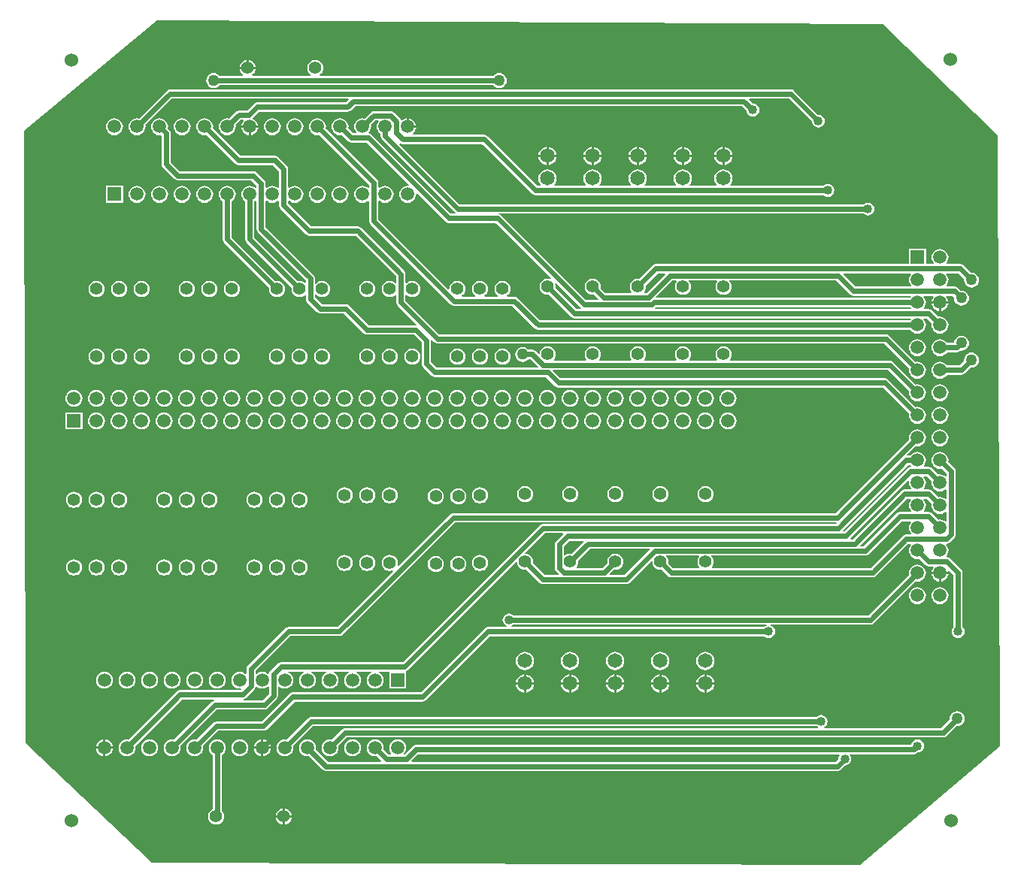
<source format=gbl>
%FSTAX23Y23*%
%MOIN*%
%SFA1B1*%

%IPPOS*%
%ADD10C,0.024000*%
%ADD11C,0.059060*%
%ADD12R,0.059060X0.059060*%
%ADD13R,0.059060X0.059060*%
%ADD14C,0.059060*%
%ADD15C,0.064960*%
%ADD16C,0.060000*%
%ADD17C,0.055120*%
%ADD18R,0.059060X0.059060*%
%ADD19C,0.040000*%
%ADD20C,0.050000*%
%LNtlc5940controlboard-1*%
%LPD*%
G36*
X05845Y07235D02*
X06355Y0674D01*
X06365Y0403*
X05745Y03505*
X02605Y03515*
X02045Y04045*
X0204Y0676*
X0263Y0725*
X05845Y07235*
G37*
%LNtlc5940controlboard-2*%
%LPC*%
G36*
X03865Y05175D02*
X03855Y05174D01*
X03847Y05171*
X03839Y05165*
X03833Y05157*
X0383Y05149*
X03829Y0514*
X0383Y0513*
X03833Y05122*
X03839Y05114*
X03847Y05108*
X03855Y05105*
X03865Y05104*
X03874Y05105*
X03882Y05108*
X0389Y05114*
X03896Y05122*
X03899Y0513*
X039Y0514*
X03899Y05149*
X03896Y05157*
X0389Y05165*
X03882Y05171*
X03874Y05174*
X03865Y05175*
G37*
G36*
X03965D02*
X03955Y05174D01*
X03947Y05171*
X03939Y05165*
X03933Y05157*
X0393Y05149*
X03929Y0514*
X0393Y0513*
X03933Y05122*
X03939Y05114*
X03947Y05108*
X03955Y05105*
X03965Y05104*
X03974Y05105*
X03982Y05108*
X0399Y05114*
X03996Y05122*
X03999Y0513*
X04Y0514*
X03999Y05149*
X03996Y05157*
X0399Y05165*
X03982Y05171*
X03974Y05174*
X03965Y05175*
G37*
G36*
X0346Y0518D02*
X0345Y05179D01*
X03442Y05176*
X03434Y0517*
X03428Y05162*
X03425Y05154*
X03424Y05145*
X03425Y05135*
X03428Y05127*
X03434Y05119*
X03442Y05113*
X0345Y0511*
X0346Y05109*
X03469Y0511*
X03477Y05113*
X03485Y05119*
X03491Y05127*
X03494Y05135*
X03495Y05145*
X03494Y05154*
X03491Y05162*
X03485Y0517*
X03477Y05176*
X03469Y05179*
X0346Y0518*
G37*
G36*
X0326Y0516D02*
X0325Y05159D01*
X03242Y05156*
X03234Y0515*
X03228Y05142*
X03225Y05134*
X03224Y05125*
X03225Y05115*
X03228Y05107*
X03234Y05099*
X03242Y05093*
X0325Y0509*
X0326Y05089*
X03269Y0509*
X03277Y05093*
X03285Y05099*
X03291Y05107*
X03294Y05115*
X03295Y05125*
X03294Y05134*
X03291Y05142*
X03285Y0515*
X03277Y05156*
X03269Y05159*
X0326Y0516*
G37*
G36*
X0286D02*
X0285Y05159D01*
X02842Y05156*
X02834Y0515*
X02828Y05142*
X02825Y05134*
X02824Y05125*
X02825Y05115*
X02828Y05107*
X02834Y05099*
X02842Y05093*
X0285Y0509*
X0286Y05089*
X02869Y0509*
X02877Y05093*
X02885Y05099*
X02891Y05107*
X02894Y05115*
X02895Y05125*
X02894Y05134*
X02891Y05142*
X02885Y0515*
X02877Y05156*
X02869Y05159*
X0286Y0516*
G37*
G36*
X0306D02*
X0305Y05159D01*
X03042Y05156*
X03034Y0515*
X03028Y05142*
X03025Y05134*
X03024Y05125*
X03025Y05115*
X03028Y05107*
X03034Y05099*
X03042Y05093*
X0305Y0509*
X0306Y05089*
X03069Y0509*
X03077Y05093*
X03085Y05099*
X03091Y05107*
X03094Y05115*
X03095Y05125*
X03094Y05134*
X03091Y05142*
X03085Y0515*
X03077Y05156*
X03069Y05159*
X0306Y0516*
G37*
G36*
X0316D02*
X0315Y05159D01*
X03142Y05156*
X03134Y0515*
X03128Y05142*
X03125Y05134*
X03124Y05125*
X03125Y05115*
X03128Y05107*
X03134Y05099*
X03142Y05093*
X0315Y0509*
X0316Y05089*
X03169Y0509*
X03177Y05093*
X03185Y05099*
X03191Y05107*
X03194Y05115*
X03195Y05125*
X03194Y05134*
X03191Y05142*
X03185Y0515*
X03177Y05156*
X03169Y05159*
X0316Y0516*
G37*
G36*
X0446Y05185D02*
X0445Y05184D01*
X04442Y05181*
X04434Y05175*
X04428Y05167*
X04425Y05159*
X04424Y0515*
X04425Y0514*
X04428Y05132*
X04434Y05124*
X04442Y05118*
X0445Y05115*
X0446Y05114*
X04469Y05115*
X04477Y05118*
X04485Y05124*
X04491Y05132*
X04494Y0514*
X04495Y0515*
X04494Y05159*
X04491Y05167*
X04485Y05175*
X04477Y05181*
X04469Y05184*
X0446Y05185*
G37*
G36*
X0466D02*
X0465Y05184D01*
X04642Y05181*
X04634Y05175*
X04628Y05167*
X04625Y05159*
X04624Y0515*
X04625Y0514*
X04628Y05132*
X04634Y05124*
X04642Y05118*
X0465Y05115*
X0466Y05114*
X04669Y05115*
X04677Y05118*
X04685Y05124*
X04691Y05132*
X04694Y0514*
X04695Y0515*
X04694Y05159*
X04691Y05167*
X04685Y05175*
X04677Y05181*
X04669Y05184*
X0466Y05185*
G37*
G36*
X0486D02*
X0485Y05184D01*
X04842Y05181*
X04834Y05175*
X04828Y05167*
X04825Y05159*
X04824Y0515*
X04825Y0514*
X04828Y05132*
X04834Y05124*
X04842Y05118*
X0485Y05115*
X0486Y05114*
X04869Y05115*
X04877Y05118*
X04885Y05124*
X04891Y05132*
X04894Y0514*
X04895Y0515*
X04894Y05159*
X04891Y05167*
X04885Y05175*
X04877Y05181*
X04869Y05184*
X0486Y05185*
G37*
G36*
X0426D02*
X0425Y05184D01*
X04242Y05181*
X04234Y05175*
X04228Y05167*
X04225Y05159*
X04224Y0515*
X04225Y0514*
X04228Y05132*
X04234Y05124*
X04242Y05118*
X0425Y05115*
X0426Y05114*
X04269Y05115*
X04277Y05118*
X04285Y05124*
X04291Y05132*
X04294Y0514*
X04295Y0515*
X04294Y05159*
X04291Y05167*
X04285Y05175*
X04277Y05181*
X04269Y05184*
X0426Y05185*
G37*
G36*
X0356Y0518D02*
X0355Y05179D01*
X03542Y05176*
X03534Y0517*
X03528Y05162*
X03525Y05154*
X03524Y05145*
X03525Y05135*
X03528Y05127*
X03534Y05119*
X03542Y05113*
X0355Y0511*
X0356Y05109*
X03569Y0511*
X03577Y05113*
X03585Y05119*
X03591Y05127*
X03594Y05135*
X03595Y05145*
X03594Y05154*
X03591Y05162*
X03585Y0517*
X03577Y05176*
X03569Y05179*
X0356Y0518*
G37*
G36*
X0366D02*
X0365Y05179D01*
X03642Y05176*
X03634Y0517*
X03628Y05162*
X03625Y05154*
X03624Y05145*
X03625Y05135*
X03628Y05127*
X03634Y05119*
X03642Y05113*
X0365Y0511*
X0366Y05109*
X03669Y0511*
X03677Y05113*
X03685Y05119*
X03691Y05127*
X03694Y05135*
X03695Y05145*
X03694Y05154*
X03691Y05162*
X03685Y0517*
X03677Y05176*
X03669Y05179*
X0366Y0518*
G37*
G36*
X0406D02*
X0405Y05179D01*
X04042Y05176*
X04034Y0517*
X04028Y05162*
X04025Y05154*
X04024Y05145*
X04025Y05135*
X04028Y05127*
X04034Y05119*
X04042Y05113*
X0405Y0511*
X0406Y05109*
X04069Y0511*
X04077Y05113*
X04085Y05119*
X04091Y05127*
X04094Y05135*
X04095Y05145*
X04094Y05154*
X04091Y05162*
X04085Y0517*
X04077Y05176*
X04069Y05179*
X0406Y0518*
G37*
G36*
X0306Y0486D02*
X0305Y04859D01*
X03042Y04856*
X03034Y0485*
X03028Y04842*
X03025Y04834*
X03024Y04825*
X03025Y04815*
X03028Y04807*
X03034Y04799*
X03042Y04793*
X0305Y0479*
X0306Y04789*
X03069Y0479*
X03077Y04793*
X03085Y04799*
X03091Y04807*
X03094Y04815*
X03095Y04825*
X03094Y04834*
X03091Y04842*
X03085Y0485*
X03077Y04856*
X03069Y04859*
X0306Y0486*
G37*
G36*
X0316D02*
X0315Y04859D01*
X03142Y04856*
X03134Y0485*
X03128Y04842*
X03125Y04834*
X03124Y04825*
X03125Y04815*
X03128Y04807*
X03134Y04799*
X03142Y04793*
X0315Y0479*
X0316Y04789*
X03169Y0479*
X03177Y04793*
X03185Y04799*
X03191Y04807*
X03194Y04815*
X03195Y04825*
X03194Y04834*
X03191Y04842*
X03185Y0485*
X03177Y04856*
X03169Y04859*
X0316Y0486*
G37*
G36*
X0326D02*
X0325Y04859D01*
X03242Y04856*
X03234Y0485*
X03228Y04842*
X03225Y04834*
X03224Y04825*
X03225Y04815*
X03228Y04807*
X03234Y04799*
X03242Y04793*
X0325Y0479*
X0326Y04789*
X03269Y0479*
X03277Y04793*
X03285Y04799*
X03291Y04807*
X03294Y04815*
X03295Y04825*
X03294Y04834*
X03291Y04842*
X03285Y0485*
X03277Y04856*
X03269Y04859*
X0326Y0486*
G37*
G36*
X0286D02*
X0285Y04859D01*
X02842Y04856*
X02834Y0485*
X02828Y04842*
X02825Y04834*
X02824Y04825*
X02825Y04815*
X02828Y04807*
X02834Y04799*
X02842Y04793*
X0285Y0479*
X0286Y04789*
X02869Y0479*
X02877Y04793*
X02885Y04799*
X02891Y04807*
X02894Y04815*
X02895Y04825*
X02894Y04834*
X02891Y04842*
X02885Y0485*
X02877Y04856*
X02869Y04859*
X0286Y0486*
G37*
G36*
X0246D02*
X0245Y04859D01*
X02442Y04856*
X02434Y0485*
X02428Y04842*
X02425Y04834*
X02424Y04825*
X02425Y04815*
X02428Y04807*
X02434Y04799*
X02442Y04793*
X0245Y0479*
X0246Y04789*
X02469Y0479*
X02477Y04793*
X02485Y04799*
X02491Y04807*
X02494Y04815*
X02495Y04825*
X02494Y04834*
X02491Y04842*
X02485Y0485*
X02477Y04856*
X02469Y04859*
X0246Y0486*
G37*
G36*
X0266D02*
X0265Y04859D01*
X02642Y04856*
X02634Y0485*
X02628Y04842*
X02625Y04834*
X02624Y04825*
X02625Y04815*
X02628Y04807*
X02634Y04799*
X02642Y04793*
X0265Y0479*
X0266Y04789*
X02669Y0479*
X02677Y04793*
X02685Y04799*
X02691Y04807*
X02694Y04815*
X02695Y04825*
X02694Y04834*
X02691Y04842*
X02685Y0485*
X02677Y04856*
X02669Y04859*
X0266Y0486*
G37*
G36*
X0276D02*
X0275Y04859D01*
X02742Y04856*
X02734Y0485*
X02728Y04842*
X02725Y04834*
X02724Y04825*
X02725Y04815*
X02728Y04807*
X02734Y04799*
X02742Y04793*
X0275Y0479*
X0276Y04789*
X02769Y0479*
X02777Y04793*
X02785Y04799*
X02791Y04807*
X02794Y04815*
X02795Y04825*
X02794Y04834*
X02791Y04842*
X02785Y0485*
X02777Y04856*
X02769Y04859*
X0276Y0486*
G37*
G36*
X0246Y0516D02*
X0245Y05159D01*
X02442Y05156*
X02434Y0515*
X02428Y05142*
X02425Y05134*
X02424Y05125*
X02425Y05115*
X02428Y05107*
X02434Y05099*
X02442Y05093*
X0245Y0509*
X0246Y05089*
X02469Y0509*
X02477Y05093*
X02485Y05099*
X02491Y05107*
X02494Y05115*
X02495Y05125*
X02494Y05134*
X02491Y05142*
X02485Y0515*
X02477Y05156*
X02469Y05159*
X0246Y0516*
G37*
G36*
X0266D02*
X0265Y05159D01*
X02642Y05156*
X02634Y0515*
X02628Y05142*
X02625Y05134*
X02624Y05125*
X02625Y05115*
X02628Y05107*
X02634Y05099*
X02642Y05093*
X0265Y0509*
X0266Y05089*
X02669Y0509*
X02677Y05093*
X02685Y05099*
X02691Y05107*
X02694Y05115*
X02695Y05125*
X02694Y05134*
X02691Y05142*
X02685Y0515*
X02677Y05156*
X02669Y05159*
X0266Y0516*
G37*
G36*
X0276D02*
X0275Y05159D01*
X02742Y05156*
X02734Y0515*
X02728Y05142*
X02725Y05134*
X02724Y05125*
X02725Y05115*
X02728Y05107*
X02734Y05099*
X02742Y05093*
X0275Y0509*
X0276Y05089*
X02769Y0509*
X02777Y05093*
X02785Y05099*
X02791Y05107*
X02794Y05115*
X02795Y05125*
X02794Y05134*
X02791Y05142*
X02785Y0515*
X02777Y05156*
X02769Y05159*
X0276Y0516*
G37*
G36*
X0236D02*
X0235Y05159D01*
X02342Y05156*
X02334Y0515*
X02328Y05142*
X02325Y05134*
X02324Y05125*
X02325Y05115*
X02328Y05107*
X02334Y05099*
X02342Y05093*
X0235Y0509*
X0236Y05089*
X02369Y0509*
X02377Y05093*
X02385Y05099*
X02391Y05107*
X02394Y05115*
X02395Y05125*
X02394Y05134*
X02391Y05142*
X02385Y0515*
X02377Y05156*
X02369Y05159*
X0236Y0516*
G37*
G36*
X0346Y0488D02*
X0345Y04879D01*
X03442Y04876*
X03434Y0487*
X03428Y04862*
X03425Y04854*
X03424Y04845*
X03425Y04835*
X03428Y04827*
X03434Y04819*
X03442Y04813*
X0345Y0481*
X0346Y04809*
X03469Y0481*
X03477Y04813*
X03485Y04819*
X03491Y04827*
X03494Y04835*
X03495Y04845*
X03494Y04854*
X03491Y04862*
X03485Y0487*
X03477Y04876*
X03469Y04879*
X0346Y0488*
G37*
G36*
X0356D02*
X0355Y04879D01*
X03542Y04876*
X03534Y0487*
X03528Y04862*
X03525Y04854*
X03524Y04845*
X03525Y04835*
X03528Y04827*
X03534Y04819*
X03542Y04813*
X0355Y0481*
X0356Y04809*
X03569Y0481*
X03577Y04813*
X03585Y04819*
X03591Y04827*
X03594Y04835*
X03595Y04845*
X03594Y04854*
X03591Y04862*
X03585Y0487*
X03577Y04876*
X03569Y04879*
X0356Y0488*
G37*
G36*
X0226Y0516D02*
X0225Y05159D01*
X02242Y05156*
X02234Y0515*
X02228Y05142*
X02225Y05134*
X02224Y05125*
X02225Y05115*
X02228Y05107*
X02234Y05099*
X02242Y05093*
X0225Y0509*
X0226Y05089*
X02269Y0509*
X02277Y05093*
X02285Y05099*
X02291Y05107*
X02294Y05115*
X02295Y05125*
X02294Y05134*
X02291Y05142*
X02285Y0515*
X02277Y05156*
X02269Y05159*
X0226Y0516*
G37*
G36*
X0386Y05512D02*
X0385Y05511D01*
X03841Y05507*
X03833Y05501*
X03827Y05493*
X03823Y05484*
X03822Y05475*
X03823Y05465*
X03827Y05456*
X03833Y05448*
X03841Y05442*
X0385Y05438*
X0386Y05437*
X03869Y05438*
X03878Y05442*
X03886Y05448*
X03892Y05456*
X03896Y05465*
X03897Y05475*
X03896Y05484*
X03892Y05493*
X03886Y05501*
X03878Y05507*
X03869Y05511*
X0386Y05512*
G37*
G36*
X0396D02*
X0395Y05511D01*
X03941Y05507*
X03933Y05501*
X03927Y05493*
X03923Y05484*
X03922Y05475*
X03923Y05465*
X03927Y05456*
X03933Y05448*
X03941Y05442*
X0395Y05438*
X0396Y05437*
X03969Y05438*
X03978Y05442*
X03986Y05448*
X03992Y05456*
X03996Y05465*
X03997Y05475*
X03996Y05484*
X03992Y05493*
X03986Y05501*
X03978Y05507*
X03969Y05511*
X0396Y05512*
G37*
G36*
X0406D02*
X0405Y05511D01*
X04041Y05507*
X04033Y05501*
X04027Y05493*
X04023Y05484*
X04022Y05475*
X04023Y05465*
X04027Y05456*
X04033Y05448*
X04041Y05442*
X0405Y05438*
X0406Y05437*
X04069Y05438*
X04078Y05442*
X04086Y05448*
X04092Y05456*
X04096Y05465*
X04097Y05475*
X04096Y05484*
X04092Y05493*
X04086Y05501*
X04078Y05507*
X04069Y05511*
X0406Y05512*
G37*
G36*
X0376D02*
X0375Y05511D01*
X03741Y05507*
X03733Y05501*
X03727Y05493*
X03723Y05484*
X03722Y05475*
X03723Y05465*
X03727Y05456*
X03733Y05448*
X03741Y05442*
X0375Y05438*
X0376Y05437*
X03769Y05438*
X03778Y05442*
X03786Y05448*
X03792Y05456*
X03796Y05465*
X03797Y05475*
X03796Y05484*
X03792Y05493*
X03786Y05501*
X03778Y05507*
X03769Y05511*
X0376Y05512*
G37*
G36*
X0346D02*
X0345Y05511D01*
X03441Y05507*
X03433Y05501*
X03427Y05493*
X03423Y05484*
X03422Y05475*
X03423Y05465*
X03427Y05456*
X03433Y05448*
X03441Y05442*
X0345Y05438*
X0346Y05437*
X03469Y05438*
X03478Y05442*
X03486Y05448*
X03492Y05456*
X03496Y05465*
X03497Y05475*
X03496Y05484*
X03492Y05493*
X03486Y05501*
X03478Y05507*
X03469Y05511*
X0346Y05512*
G37*
G36*
X0356D02*
X0355Y05511D01*
X03541Y05507*
X03533Y05501*
X03527Y05493*
X03523Y05484*
X03522Y05475*
X03523Y05465*
X03527Y05456*
X03533Y05448*
X03541Y05442*
X0355Y05438*
X0356Y05437*
X03569Y05438*
X03578Y05442*
X03586Y05448*
X03592Y05456*
X03596Y05465*
X03597Y05475*
X03596Y05484*
X03592Y05493*
X03586Y05501*
X03578Y05507*
X03569Y05511*
X0356Y05512*
G37*
G36*
X0366D02*
X0365Y05511D01*
X03641Y05507*
X03633Y05501*
X03627Y05493*
X03623Y05484*
X03622Y05475*
X03623Y05465*
X03627Y05456*
X03633Y05448*
X03641Y05442*
X0365Y05438*
X0366Y05437*
X03669Y05438*
X03678Y05442*
X03686Y05448*
X03692Y05456*
X03696Y05465*
X03697Y05475*
X03696Y05484*
X03692Y05493*
X03686Y05501*
X03678Y05507*
X03669Y05511*
X0366Y05512*
G37*
G36*
X0456D02*
X0455Y05511D01*
X04541Y05507*
X04533Y05501*
X04527Y05493*
X04523Y05484*
X04522Y05475*
X04523Y05465*
X04527Y05456*
X04533Y05448*
X04541Y05442*
X0455Y05438*
X0456Y05437*
X04569Y05438*
X04578Y05442*
X04586Y05448*
X04592Y05456*
X04596Y05465*
X04597Y05475*
X04596Y05484*
X04592Y05493*
X04586Y05501*
X04578Y05507*
X04569Y05511*
X0456Y05512*
G37*
G36*
X0466D02*
X0465Y05511D01*
X04641Y05507*
X04633Y05501*
X04627Y05493*
X04623Y05484*
X04622Y05475*
X04623Y05465*
X04627Y05456*
X04633Y05448*
X04641Y05442*
X0465Y05438*
X0466Y05437*
X04669Y05438*
X04678Y05442*
X04686Y05448*
X04692Y05456*
X04696Y05465*
X04697Y05475*
X04696Y05484*
X04692Y05493*
X04686Y05501*
X04678Y05507*
X04669Y05511*
X0466Y05512*
G37*
G36*
X0476D02*
X0475Y05511D01*
X04741Y05507*
X04733Y05501*
X04727Y05493*
X04723Y05484*
X04722Y05475*
X04723Y05465*
X04727Y05456*
X04733Y05448*
X04741Y05442*
X0475Y05438*
X0476Y05437*
X04769Y05438*
X04778Y05442*
X04786Y05448*
X04792Y05456*
X04796Y05465*
X04797Y05475*
X04796Y05484*
X04792Y05493*
X04786Y05501*
X04778Y05507*
X04769Y05511*
X0476Y05512*
G37*
G36*
X0446D02*
X0445Y05511D01*
X04441Y05507*
X04433Y05501*
X04427Y05493*
X04423Y05484*
X04422Y05475*
X04423Y05465*
X04427Y05456*
X04433Y05448*
X04441Y05442*
X0445Y05438*
X0446Y05437*
X04469Y05438*
X04478Y05442*
X04486Y05448*
X04492Y05456*
X04496Y05465*
X04497Y05475*
X04496Y05484*
X04492Y05493*
X04486Y05501*
X04478Y05507*
X04469Y05511*
X0446Y05512*
G37*
G36*
X0416D02*
X0415Y05511D01*
X04141Y05507*
X04133Y05501*
X04127Y05493*
X04123Y05484*
X04122Y05475*
X04123Y05465*
X04127Y05456*
X04133Y05448*
X04141Y05442*
X0415Y05438*
X0416Y05437*
X04169Y05438*
X04178Y05442*
X04186Y05448*
X04192Y05456*
X04196Y05465*
X04197Y05475*
X04196Y05484*
X04192Y05493*
X04186Y05501*
X04178Y05507*
X04169Y05511*
X0416Y05512*
G37*
G36*
X0426D02*
X0425Y05511D01*
X04241Y05507*
X04233Y05501*
X04227Y05493*
X04223Y05484*
X04222Y05475*
X04223Y05465*
X04227Y05456*
X04233Y05448*
X04241Y05442*
X0425Y05438*
X0426Y05437*
X04269Y05438*
X04278Y05442*
X04286Y05448*
X04292Y05456*
X04296Y05465*
X04297Y05475*
X04296Y05484*
X04292Y05493*
X04286Y05501*
X04278Y05507*
X04269Y05511*
X0426Y05512*
G37*
G36*
X0436D02*
X0435Y05511D01*
X04341Y05507*
X04333Y05501*
X04327Y05493*
X04323Y05484*
X04322Y05475*
X04323Y05465*
X04327Y05456*
X04333Y05448*
X04341Y05442*
X0435Y05438*
X0436Y05437*
X04369Y05438*
X04378Y05442*
X04386Y05448*
X04392Y05456*
X04396Y05465*
X04397Y05475*
X04396Y05484*
X04392Y05493*
X04386Y05501*
X04378Y05507*
X04369Y05511*
X0436Y05512*
G37*
G36*
X0246D02*
X0245Y05511D01*
X02441Y05507*
X02433Y05501*
X02427Y05493*
X02423Y05484*
X02422Y05475*
X02423Y05465*
X02427Y05456*
X02433Y05448*
X02441Y05442*
X0245Y05438*
X0246Y05437*
X02469Y05438*
X02478Y05442*
X02486Y05448*
X02492Y05456*
X02496Y05465*
X02497Y05475*
X02496Y05484*
X02492Y05493*
X02486Y05501*
X02478Y05507*
X02469Y05511*
X0246Y05512*
G37*
G36*
X0256D02*
X0255Y05511D01*
X02541Y05507*
X02533Y05501*
X02527Y05493*
X02523Y05484*
X02522Y05475*
X02523Y05465*
X02527Y05456*
X02533Y05448*
X02541Y05442*
X0255Y05438*
X0256Y05437*
X02569Y05438*
X02578Y05442*
X02586Y05448*
X02592Y05456*
X02596Y05465*
X02597Y05475*
X02596Y05484*
X02592Y05493*
X02586Y05501*
X02578Y05507*
X02569Y05511*
X0256Y05512*
G37*
G36*
X0266D02*
X0265Y05511D01*
X02641Y05507*
X02633Y05501*
X02627Y05493*
X02623Y05484*
X02622Y05475*
X02623Y05465*
X02627Y05456*
X02633Y05448*
X02641Y05442*
X0265Y05438*
X0266Y05437*
X02669Y05438*
X02678Y05442*
X02686Y05448*
X02692Y05456*
X02696Y05465*
X02697Y05475*
X02696Y05484*
X02692Y05493*
X02686Y05501*
X02678Y05507*
X02669Y05511*
X0266Y05512*
G37*
G36*
X0236D02*
X0235Y05511D01*
X02341Y05507*
X02333Y05501*
X02327Y05493*
X02323Y05484*
X02322Y05475*
X02323Y05465*
X02327Y05456*
X02333Y05448*
X02341Y05442*
X0235Y05438*
X0236Y05437*
X02369Y05438*
X02378Y05442*
X02386Y05448*
X02392Y05456*
X02396Y05465*
X02397Y05475*
X02396Y05484*
X02392Y05493*
X02386Y05501*
X02378Y05507*
X02369Y05511*
X0236Y05512*
G37*
G36*
X0506Y05185D02*
X0505Y05184D01*
X05042Y05181*
X05034Y05175*
X05028Y05167*
X05025Y05159*
X05024Y0515*
X05025Y0514*
X05028Y05132*
X05034Y05124*
X05042Y05118*
X0505Y05115*
X0506Y05114*
X05069Y05115*
X05077Y05118*
X05085Y05124*
X05091Y05132*
X05094Y0514*
X05095Y0515*
X05094Y05159*
X05091Y05167*
X05085Y05175*
X05077Y05181*
X05069Y05184*
X0506Y05185*
G37*
G36*
X06Y05437D02*
X0599Y05436D01*
X05981Y05432*
X05973Y05426*
X05967Y05418*
X05963Y05409*
X05962Y054*
X05963Y05392*
X05637Y05066*
X03941*
X03934Y05064*
X03931Y05063*
X03927Y0506*
X03697Y0483*
X03693Y04833*
X03694Y04835*
X03695Y04845*
X03694Y04854*
X03691Y04862*
X03685Y0487*
X03677Y04876*
X03669Y04879*
X0366Y0488*
X0365Y04879*
X03642Y04876*
X03634Y0487*
X03628Y04862*
X03625Y04854*
X03624Y04845*
X03625Y04835*
X03628Y04827*
X03634Y04819*
X03642Y04813*
X0365Y0481*
X0366Y04809*
X03669Y0481*
X03671Y04811*
X03674Y04807*
X03428Y04561*
X03211*
X03203Y04559*
X03196Y04555*
X0303Y04389*
X03026Y04382*
X03024Y04375*
Y04355*
X0302Y04353*
X03013Y04357*
X03004Y04361*
X02995Y04362*
X02985Y04361*
X02976Y04357*
X02968Y04351*
X02962Y04343*
X02958Y04334*
X02957Y04325*
X02958Y04315*
X02962Y04306*
X02968Y04298*
X02976Y04292*
X02985Y04288*
X02995Y04287*
X03Y04287*
X03001Y04284*
X02999Y0428*
X0273*
X02722Y04278*
X02715Y04274*
X02502Y04061*
X02495Y04062*
X02485Y04061*
X02476Y04057*
X02468Y04051*
X02462Y04043*
X02458Y04034*
X02457Y04025*
X02458Y04015*
X02462Y04006*
X02468Y03998*
X02476Y03992*
X02485Y03988*
X02495Y03987*
X02504Y03988*
X02513Y03992*
X02521Y03998*
X02527Y04006*
X02531Y04015*
X02532Y04025*
X02531Y04032*
X02738Y04239*
X0288*
X02881Y04234*
X02877Y04233*
X0287Y04229*
X02702Y04061*
X02695Y04062*
X02685Y04061*
X02676Y04057*
X02668Y04051*
X02662Y04043*
X02658Y04034*
X02657Y04025*
X02658Y04015*
X02662Y04006*
X02668Y03998*
X02676Y03992*
X02685Y03988*
X02695Y03987*
X02704Y03988*
X02713Y03992*
X02721Y03998*
X02727Y04006*
X02731Y04015*
X02732Y04025*
X02731Y04032*
X02893Y04194*
X03104*
X03111Y04196*
X03118Y042*
X03159Y04241*
X03163Y04248*
X03165Y04256*
Y04294*
X03169Y04296*
X03176Y04292*
X03185Y04288*
X03195Y04287*
X03204Y04288*
X03213Y04292*
X03221Y04298*
X03227Y04306*
X03231Y04315*
X03232Y04325*
X03231Y04334*
X03227Y04343*
X03221Y04351*
X03213Y04357*
X03204Y04361*
X03195Y04362*
X03195Y04363*
X03277*
X03278Y04358*
X03276Y04357*
X03268Y04351*
X03262Y04343*
X03258Y04334*
X03257Y04325*
X03258Y04315*
X03262Y04306*
X03268Y04298*
X03276Y04292*
X03285Y04288*
X03295Y04287*
X03304Y04288*
X03313Y04292*
X03321Y04298*
X03327Y04306*
X03331Y04315*
X03332Y04325*
X03331Y04334*
X03327Y04343*
X03321Y04351*
X03313Y04357*
X03311Y04358*
X03312Y04363*
X03377*
X03378Y04358*
X03376Y04357*
X03368Y04351*
X03362Y04343*
X03358Y04334*
X03357Y04325*
X03358Y04315*
X03362Y04306*
X03368Y04298*
X03376Y04292*
X03385Y04288*
X03395Y04287*
X03404Y04288*
X03413Y04292*
X03421Y04298*
X03427Y04306*
X03431Y04315*
X03432Y04325*
X03431Y04334*
X03427Y04343*
X03421Y04351*
X03413Y04357*
X03411Y04358*
X03412Y04363*
X03477*
X03478Y04358*
X03476Y04357*
X03468Y04351*
X03462Y04343*
X03458Y04334*
X03457Y04325*
X03458Y04315*
X03462Y04306*
X03468Y04298*
X03476Y04292*
X03485Y04288*
X03495Y04287*
X03504Y04288*
X03513Y04292*
X03521Y04298*
X03527Y04306*
X03531Y04315*
X03532Y04325*
X03531Y04334*
X03527Y04343*
X03521Y04351*
X03513Y04357*
X03511Y04358*
X03512Y04363*
X03577*
X03578Y04358*
X03576Y04357*
X03568Y04351*
X03562Y04343*
X03558Y04334*
X03557Y04325*
X03558Y04315*
X03562Y04306*
X03568Y04298*
X03576Y04292*
X03585Y04288*
X03595Y04287*
X03604Y04288*
X03613Y04292*
X03621Y04298*
X03627Y04306*
X03631Y04315*
X03632Y04325*
X03631Y04334*
X03627Y04343*
X03621Y04351*
X03613Y04357*
X03611Y04358*
X03612Y04363*
X03653*
X03657Y0436*
Y04287*
X03732*
Y0436*
Y04362*
Y04364*
X03733Y04365*
X0374Y04369*
X04219Y04848*
X04224Y04847*
X04225Y0484*
X04228Y04832*
X04234Y04824*
X04242Y04818*
X0425Y04815*
X0426Y04814*
X04266Y04814*
X04325Y04756*
X04331Y04751*
X04339Y0475*
X04708*
X04715Y04751*
X04722Y04756*
X04819Y04853*
X04824Y04851*
X04824Y0485*
X04825Y0484*
X04828Y04832*
X04834Y04824*
X04842Y04818*
X0485Y04815*
X0486Y04814*
X04866Y04814*
X04893Y04787*
X049Y04783*
X04908Y04781*
X05802*
X05809Y04783*
X05816Y04787*
X05958Y04929*
X05969*
X05971Y04925*
X05967Y04918*
X05963Y04909*
X05962Y049*
X05963Y0489*
X05967Y04881*
X05973Y04873*
X05981Y04867*
X0599Y04863*
X06Y04862*
X06007Y04863*
X06035Y04835*
X06042Y04831*
X0605Y04829*
X06069*
X06071Y04825*
X06067Y04818*
X06063Y04809*
X06062Y04805*
X06137*
X06136Y04807*
X06141Y04809*
X06159Y04791*
Y04559*
X06155Y04554*
X06152Y04547*
X06151Y0454*
X06152Y04532*
X06155Y04525*
X0616Y0452*
X06165Y04515*
X06172Y04512*
X0618Y04511*
X06187Y04512*
X06194Y04515*
X06199Y0452*
X06204Y04525*
X06207Y04532*
X06208Y0454*
X06207Y04547*
X06204Y04554*
X062Y04559*
Y048*
X06198Y04807*
X06194Y04814*
X06144Y04864*
X06137Y04868*
X0613Y0487*
Y04877*
X06132Y04881*
X06136Y0489*
X06137Y049*
X06136Y04909*
X06132Y04918*
X06126Y04926*
X06127Y04929*
X06128*
X06135Y04931*
X06142Y04935*
X06164Y04957*
X06168Y04964*
X0617Y04972*
Y0525*
X06168Y05257*
X06164Y05264*
X06136Y05292*
X06137Y053*
X06136Y05309*
X06132Y05318*
X06126Y05326*
X06118Y05332*
X06109Y05336*
X061Y05337*
X0609Y05336*
X06081Y05332*
X06073Y05326*
X06067Y05318*
X06063Y05309*
X06062Y053*
X06063Y0529*
X06067Y05281*
X06073Y05273*
X06081Y05267*
X0609Y05263*
X061Y05262*
X06107Y05263*
X06129Y05241*
Y0523*
X06125Y05228*
X06118Y05232*
X06109Y05236*
X061Y05237*
X06092Y05236*
X06064Y05264*
X06057Y05268*
X0605Y0527*
X0603*
X06028Y05274*
X06032Y05281*
X06036Y0529*
X06037Y053*
X06036Y05309*
X06032Y05318*
X06026Y05326*
X06018Y05332*
X06009Y05336*
X06Y05337*
X0599Y05336*
X05981Y05332*
X05973Y05326*
X05968Y0532*
X05955*
X05953Y05325*
X05992Y05363*
X06Y05362*
X06009Y05363*
X06018Y05367*
X06026Y05373*
X06032Y05381*
X06036Y0539*
X06037Y054*
X06036Y05409*
X06032Y05418*
X06026Y05426*
X06018Y05432*
X06009Y05436*
X06Y05437*
G37*
G36*
X061D02*
X0609Y05436D01*
X06081Y05432*
X06073Y05426*
X06067Y05418*
X06063Y05409*
X06062Y054*
X06063Y0539*
X06067Y05381*
X06073Y05373*
X06081Y05367*
X0609Y05363*
X061Y05362*
X06109Y05363*
X06118Y05367*
X06126Y05373*
X06132Y05381*
X06136Y0539*
X06137Y054*
X06136Y05409*
X06132Y05418*
X06126Y05426*
X06118Y05432*
X06109Y05436*
X061Y05437*
G37*
G36*
X0316Y05512D02*
X0315Y05511D01*
X03141Y05507*
X03133Y05501*
X03127Y05493*
X03123Y05484*
X03122Y05475*
X03123Y05465*
X03127Y05456*
X03133Y05448*
X03141Y05442*
X0315Y05438*
X0316Y05437*
X03169Y05438*
X03178Y05442*
X03186Y05448*
X03192Y05456*
X03196Y05465*
X03197Y05475*
X03196Y05484*
X03192Y05493*
X03186Y05501*
X03178Y05507*
X03169Y05511*
X0316Y05512*
G37*
G36*
X0326D02*
X0325Y05511D01*
X03241Y05507*
X03233Y05501*
X03227Y05493*
X03223Y05484*
X03222Y05475*
X03223Y05465*
X03227Y05456*
X03233Y05448*
X03241Y05442*
X0325Y05438*
X0326Y05437*
X03269Y05438*
X03278Y05442*
X03286Y05448*
X03292Y05456*
X03296Y05465*
X03297Y05475*
X03296Y05484*
X03292Y05493*
X03286Y05501*
X03278Y05507*
X03269Y05511*
X0326Y05512*
G37*
G36*
X0336D02*
X0335Y05511D01*
X03341Y05507*
X03333Y05501*
X03327Y05493*
X03323Y05484*
X03322Y05475*
X03323Y05465*
X03327Y05456*
X03333Y05448*
X03341Y05442*
X0335Y05438*
X0336Y05437*
X03369Y05438*
X03378Y05442*
X03386Y05448*
X03392Y05456*
X03396Y05465*
X03397Y05475*
X03396Y05484*
X03392Y05493*
X03386Y05501*
X03378Y05507*
X03369Y05511*
X0336Y05512*
G37*
G36*
X0306D02*
X0305Y05511D01*
X03041Y05507*
X03033Y05501*
X03027Y05493*
X03023Y05484*
X03022Y05475*
X03023Y05465*
X03027Y05456*
X03033Y05448*
X03041Y05442*
X0305Y05438*
X0306Y05437*
X03069Y05438*
X03078Y05442*
X03086Y05448*
X03092Y05456*
X03096Y05465*
X03097Y05475*
X03096Y05484*
X03092Y05493*
X03086Y05501*
X03078Y05507*
X03069Y05511*
X0306Y05512*
G37*
G36*
X0276D02*
X0275Y05511D01*
X02741Y05507*
X02733Y05501*
X02727Y05493*
X02723Y05484*
X02722Y05475*
X02723Y05465*
X02727Y05456*
X02733Y05448*
X02741Y05442*
X0275Y05438*
X0276Y05437*
X02769Y05438*
X02778Y05442*
X02786Y05448*
X02792Y05456*
X02796Y05465*
X02797Y05475*
X02796Y05484*
X02792Y05493*
X02786Y05501*
X02778Y05507*
X02769Y05511*
X0276Y05512*
G37*
G36*
X0286D02*
X0285Y05511D01*
X02841Y05507*
X02833Y05501*
X02827Y05493*
X02823Y05484*
X02822Y05475*
X02823Y05465*
X02827Y05456*
X02833Y05448*
X02841Y05442*
X0285Y05438*
X0286Y05437*
X02869Y05438*
X02878Y05442*
X02886Y05448*
X02892Y05456*
X02896Y05465*
X02897Y05475*
X02896Y05484*
X02892Y05493*
X02886Y05501*
X02878Y05507*
X02869Y05511*
X0286Y05512*
G37*
G36*
X0296D02*
X0295Y05511D01*
X02941Y05507*
X02933Y05501*
X02927Y05493*
X02923Y05484*
X02922Y05475*
X02923Y05465*
X02927Y05456*
X02933Y05448*
X02941Y05442*
X0295Y05438*
X0296Y05437*
X02969Y05438*
X02978Y05442*
X02986Y05448*
X02992Y05456*
X02996Y05465*
X02997Y05475*
X02996Y05484*
X02992Y05493*
X02986Y05501*
X02978Y05507*
X02969Y05511*
X0296Y05512*
G37*
G36*
X04255Y04305D02*
X04219D01*
X0422Y04299*
X04224Y04289*
X04231Y04281*
X04239Y04274*
X04249Y0427*
X04255Y04269*
Y04305*
G37*
G36*
X043D02*
X04265D01*
Y04269*
X0427Y0427*
X0428Y04274*
X04288Y04281*
X04295Y04289*
X04299Y04299*
X043Y04305*
G37*
G36*
X04455D02*
X04419D01*
X0442Y04299*
X04424Y04289*
X04431Y04281*
X04439Y04274*
X04449Y0427*
X04455Y04269*
Y04305*
G37*
G36*
X06176Y04187D02*
X06167Y04186D01*
X06159Y04182*
X06152Y04177*
X06147Y0417*
X06143Y04162*
X06142Y04154*
X06143Y0415*
X06105Y04112*
X05587*
X05586Y04117*
X05587Y04117*
X05592Y04122*
X05597Y04127*
X056Y04134*
X05601Y04142*
X056Y04149*
X05597Y04156*
X05592Y04161*
X05587Y04166*
X0558Y04169*
X05573Y0417*
X05565Y04169*
X05558Y04166*
X05553Y04162*
X03312*
X03304Y0416*
X03297Y04156*
X03202Y04061*
X03195Y04062*
X03185Y04061*
X03176Y04057*
X03168Y04051*
X03162Y04043*
X03158Y04034*
X03157Y04025*
X03158Y04015*
X03162Y04006*
X03168Y03998*
X03176Y03992*
X03185Y03988*
X03195Y03987*
X03204Y03988*
X03213Y03992*
X03221Y03998*
X03227Y04006*
X03231Y04015*
X03232Y04025*
X03231Y04032*
X0332Y04121*
X05553*
X05558Y04117*
X05559Y04117*
X05558Y04112*
X03462*
X03454Y0411*
X03447Y04106*
X03402Y04061*
X03395Y04062*
X03385Y04061*
X03376Y04057*
X03368Y04051*
X03362Y04043*
X03358Y04034*
X03357Y04025*
X03358Y04015*
X03362Y04006*
X03368Y03998*
X03376Y03992*
X03385Y03988*
X03395Y03987*
X03404Y03988*
X03413Y03992*
X03421Y03998*
X03427Y04006*
X03431Y04015*
X03432Y04025*
X03431Y04032*
X0347Y04071*
X06114*
X06121Y04073*
X06128Y04077*
X06172Y04121*
X06176Y0412*
X06184Y04121*
X06192Y04125*
X06199Y0413*
X06204Y04137*
X06208Y04145*
X06209Y04154*
X06208Y04162*
X06204Y0417*
X06199Y04177*
X06192Y04182*
X06184Y04186*
X06176Y04187*
G37*
G36*
X024Y04062D02*
Y0403D01*
X02432*
X02431Y04034*
X02427Y04043*
X02421Y04051*
X02413Y04057*
X02404Y04061*
X024Y04062*
G37*
G36*
X0309D02*
X03085Y04061D01*
X03076Y04057*
X03068Y04051*
X03062Y04043*
X03058Y04034*
X03057Y0403*
X0309*
Y04062*
G37*
G36*
X031D02*
Y0403D01*
X03132*
X03131Y04034*
X03127Y04043*
X03121Y04051*
X03113Y04057*
X03104Y04061*
X031Y04062*
G37*
G36*
X049Y04305D02*
X04865D01*
Y04269*
X0487Y0427*
X0488Y04274*
X04888Y04281*
X04895Y04289*
X04899Y04299*
X049Y04305*
G37*
G36*
X05055D02*
X05019D01*
X0502Y04299*
X05024Y04289*
X05031Y04281*
X05039Y04274*
X05049Y0427*
X05055Y04269*
Y04305*
G37*
G36*
X051D02*
X05065D01*
Y04269*
X0507Y0427*
X0508Y04274*
X05088Y04281*
X05095Y04289*
X05099Y04299*
X051Y04305*
G37*
G36*
X04855D02*
X04819D01*
X0482Y04299*
X04824Y04289*
X04831Y04281*
X04839Y04274*
X04849Y0427*
X04855Y04269*
Y04305*
G37*
G36*
X045D02*
X04465D01*
Y04269*
X0447Y0427*
X0448Y04274*
X04488Y04281*
X04495Y04289*
X04499Y04299*
X045Y04305*
G37*
G36*
X04655D02*
X04619D01*
X0462Y04299*
X04624Y04289*
X04631Y04281*
X04639Y04274*
X04649Y0427*
X04655Y04269*
Y04305*
G37*
G36*
X047D02*
X04665D01*
Y04269*
X0467Y0427*
X0468Y04274*
X04688Y04281*
X04695Y04289*
X04699Y04299*
X047Y04305*
G37*
G36*
X03195Y03755D02*
Y03725D01*
X03225*
X03224Y03729*
X03221Y03737*
X03215Y03745*
X03207Y03751*
X03199Y03754*
X03195Y03755*
G37*
G36*
X02595Y04062D02*
X02585Y04061D01*
X02576Y04057*
X02568Y04051*
X02562Y04043*
X02558Y04034*
X02557Y04025*
X02558Y04015*
X02562Y04006*
X02568Y03998*
X02576Y03992*
X02585Y03988*
X02595Y03987*
X02604Y03988*
X02613Y03992*
X02621Y03998*
X02627Y04006*
X02631Y04015*
X02632Y04025*
X02631Y04034*
X02627Y04043*
X02621Y04051*
X02613Y04057*
X02604Y04061*
X02595Y04062*
G37*
G36*
X02995D02*
X02985Y04061D01*
X02976Y04057*
X02968Y04051*
X02962Y04043*
X02958Y04034*
X02957Y04025*
X02958Y04015*
X02962Y04006*
X02968Y03998*
X02976Y03992*
X02985Y03988*
X02995Y03987*
X03004Y03988*
X03013Y03992*
X03021Y03998*
X03027Y04006*
X03031Y04015*
X03032Y04025*
X03031Y04034*
X03027Y04043*
X03021Y04051*
X03013Y04057*
X03004Y04061*
X02995Y04062*
G37*
G36*
X03185Y03755D02*
X0318Y03754D01*
X03172Y03751*
X03164Y03745*
X03158Y03737*
X03155Y03729*
X03154Y03725*
X03185*
Y03755*
G37*
G36*
X02895Y04062D02*
X02885Y04061D01*
X02876Y04057*
X02868Y04051*
X02862Y04043*
X02858Y04034*
X02857Y04025*
X02858Y04015*
X02862Y04006*
X02868Y03998*
X02874Y03993*
Y03752*
X02872Y03751*
X02864Y03745*
X02858Y03737*
X02855Y03729*
X02854Y0372*
X02855Y0371*
X02858Y03702*
X02864Y03694*
X02872Y03688*
X0288Y03685*
X0289Y03684*
X02899Y03685*
X02907Y03688*
X02915Y03694*
X02921Y03702*
X02924Y0371*
X02925Y0372*
X02924Y03729*
X02921Y03737*
X02915Y03745*
Y03993*
X02921Y03998*
X02927Y04006*
X02931Y04015*
X02932Y04025*
X02931Y04034*
X02927Y04043*
X02921Y04051*
X02913Y04057*
X02904Y04061*
X02895Y04062*
G37*
G36*
X03185Y03715D02*
X03154D01*
X03155Y0371*
X03158Y03702*
X03164Y03694*
X03172Y03688*
X0318Y03685*
X03185Y03684*
Y03715*
G37*
G36*
X03225D02*
X03195D01*
Y03684*
X03199Y03685*
X03207Y03688*
X03215Y03694*
X03221Y03702*
X03224Y0371*
X03225Y03715*
G37*
G36*
X03132Y0402D02*
X031D01*
Y03987*
X03104Y03988*
X03113Y03992*
X03121Y03998*
X03127Y04006*
X03131Y04015*
X03132Y0402*
G37*
G36*
X03695Y04062D02*
X03685Y04061D01*
X03676Y04057*
X03668Y04051*
X03662Y04043*
X03658Y04034*
X03657Y04025*
X03658Y04015*
X03662Y04006*
X03666Y04*
X03664Y03995*
X03652*
X03631Y04017*
X03632Y04025*
X03631Y04034*
X03627Y04043*
X03621Y04051*
X03613Y04057*
X03604Y04061*
X03595Y04062*
X03585Y04061*
X03576Y04057*
X03568Y04051*
X03562Y04043*
X03558Y04034*
X03557Y04025*
X03558Y04015*
X03562Y04006*
X03568Y03998*
X03576Y03992*
X03585Y03988*
X03595Y03987*
X03602Y03988*
X03622Y03968*
X0362Y03963*
X03384*
X03331Y04017*
X03332Y04025*
X03331Y04034*
X03327Y04043*
X03321Y04051*
X03313Y04057*
X03304Y04061*
X03295Y04062*
X03285Y04061*
X03276Y04057*
X03268Y04051*
X03262Y04043*
X03258Y04034*
X03257Y04025*
X03258Y04015*
X03262Y04006*
X03268Y03998*
X03276Y03992*
X03285Y03988*
X03295Y03987*
X03302Y03988*
X03362Y03929*
X03368Y03924*
X03376Y03923*
X05646*
X05654Y03924*
X0566Y03929*
X05678Y03946*
X05685Y03947*
X05692Y0395*
X05697Y03955*
X05702Y0396*
X05705Y03967*
X05706Y03975*
X05705Y03982*
X05702Y03989*
X05697Y03994*
X05698Y03996*
X05984*
X05991Y03998*
X05998Y04002*
X06Y04004*
X06007Y04005*
X06014Y04008*
X06019Y04013*
X06024Y04018*
X06027Y04025*
X06028Y04033*
X06027Y0404*
X06024Y04047*
X06019Y04052*
X06014Y04057*
X06007Y0406*
X06Y04061*
X05992Y0406*
X05985Y04057*
X0598Y04052*
X05975Y04047*
X05972Y0404*
X05972Y04037*
X03776*
X03768Y04035*
X03761Y04031*
X03726Y03996*
X03723Y03999*
X03723Y04*
X03727Y04006*
X03731Y04015*
X03732Y04025*
X03731Y04034*
X03727Y04043*
X03721Y04051*
X03713Y04057*
X03704Y04061*
X03695Y04062*
G37*
G36*
X0239Y04062D02*
X02385Y04061D01*
X02376Y04057*
X02368Y04051*
X02362Y04043*
X02358Y04034*
X02357Y0403*
X0239*
Y04062*
G37*
G36*
X0309Y0402D02*
X03057D01*
X03058Y04015*
X03062Y04006*
X03068Y03998*
X03076Y03992*
X03085Y03988*
X0309Y03987*
Y0402*
G37*
G36*
X03495Y04062D02*
X03485Y04061D01*
X03476Y04057*
X03468Y04051*
X03462Y04043*
X03458Y04034*
X03457Y04025*
X03458Y04015*
X03462Y04006*
X03468Y03998*
X03476Y03992*
X03485Y03988*
X03495Y03987*
X03504Y03988*
X03513Y03992*
X03521Y03998*
X03527Y04006*
X03531Y04015*
X03532Y04025*
X03531Y04034*
X03527Y04043*
X03521Y04051*
X03513Y04057*
X03504Y04061*
X03495Y04062*
G37*
G36*
X0239Y0402D02*
X02357D01*
X02358Y04015*
X02362Y04006*
X02368Y03998*
X02376Y03992*
X02385Y03988*
X0239Y03987*
Y0402*
G37*
G36*
X02432D02*
X024D01*
Y03987*
X02404Y03988*
X02413Y03992*
X02421Y03998*
X02427Y04006*
X02431Y04015*
X02432Y0402*
G37*
G36*
X0466Y0445D02*
X04649Y04449D01*
X04639Y04445*
X04631Y04438*
X04624Y0443*
X0462Y0442*
X04619Y0441*
X0462Y04399*
X04624Y04389*
X04631Y04381*
X04639Y04374*
X04649Y0437*
X0466Y04369*
X0467Y0437*
X0468Y04374*
X04688Y04381*
X04695Y04389*
X04699Y04399*
X047Y0441*
X04699Y0442*
X04695Y0443*
X04688Y04438*
X0468Y04445*
X0467Y04449*
X0466Y0445*
G37*
G36*
X0486D02*
X04849Y04449D01*
X04839Y04445*
X04831Y04438*
X04824Y0443*
X0482Y0442*
X04819Y0441*
X0482Y04399*
X04824Y04389*
X04831Y04381*
X04839Y04374*
X04849Y0437*
X0486Y04369*
X0487Y0437*
X0488Y04374*
X04888Y04381*
X04895Y04389*
X04899Y04399*
X049Y0441*
X04899Y0442*
X04895Y0443*
X04888Y04438*
X0488Y04445*
X0487Y04449*
X0486Y0445*
G37*
G36*
X0506D02*
X05049Y04449D01*
X05039Y04445*
X05031Y04438*
X05024Y0443*
X0502Y0442*
X05019Y0441*
X0502Y04399*
X05024Y04389*
X05031Y04381*
X05039Y04374*
X05049Y0437*
X0506Y04369*
X0507Y0437*
X0508Y04374*
X05088Y04381*
X05095Y04389*
X05099Y04399*
X051Y0441*
X05099Y0442*
X05095Y0443*
X05088Y04438*
X0508Y04445*
X0507Y04449*
X0506Y0445*
G37*
G36*
X0446D02*
X04449Y04449D01*
X04439Y04445*
X04431Y04438*
X04424Y0443*
X0442Y0442*
X04419Y0441*
X0442Y04399*
X04424Y04389*
X04431Y04381*
X04439Y04374*
X04449Y0437*
X0446Y04369*
X0447Y0437*
X0448Y04374*
X04488Y04381*
X04495Y04389*
X04499Y04399*
X045Y0441*
X04499Y0442*
X04495Y0443*
X04488Y04438*
X0448Y04445*
X0447Y04449*
X0446Y0445*
G37*
G36*
X05055Y0435D02*
X05049Y04349D01*
X05039Y04345*
X05031Y04338*
X05024Y0433*
X0502Y0432*
X05019Y04315*
X05055*
Y0435*
G37*
G36*
X05065D02*
Y04315D01*
X051*
X05099Y0432*
X05095Y0433*
X05088Y04338*
X0508Y04345*
X0507Y04349*
X05065Y0435*
G37*
G36*
X0426Y0445D02*
X04249Y04449D01*
X04239Y04445*
X04231Y04438*
X04224Y0443*
X0422Y0442*
X04219Y0441*
X0422Y04399*
X04224Y04389*
X04231Y04381*
X04239Y04374*
X04249Y0437*
X0426Y04369*
X0427Y0437*
X0428Y04374*
X04288Y04381*
X04295Y04389*
X04299Y04399*
X043Y0441*
X04299Y0442*
X04295Y0443*
X04288Y04438*
X0428Y04445*
X0427Y04449*
X0426Y0445*
G37*
G36*
X06137Y04795D02*
X06105D01*
Y04762*
X06109Y04763*
X06118Y04767*
X06126Y04773*
X06132Y04781*
X06136Y0479*
X06137Y04795*
G37*
G36*
X0226Y0486D02*
X0225Y04859D01*
X02242Y04856*
X02234Y0485*
X02228Y04842*
X02225Y04834*
X02224Y04825*
X02225Y04815*
X02228Y04807*
X02234Y04799*
X02242Y04793*
X0225Y0479*
X0226Y04789*
X02269Y0479*
X02277Y04793*
X02285Y04799*
X02291Y04807*
X02294Y04815*
X02295Y04825*
X02294Y04834*
X02291Y04842*
X02285Y0485*
X02277Y04856*
X02269Y04859*
X0226Y0486*
G37*
G36*
X0236D02*
X0235Y04859D01*
X02342Y04856*
X02334Y0485*
X02328Y04842*
X02325Y04834*
X02324Y04825*
X02325Y04815*
X02328Y04807*
X02334Y04799*
X02342Y04793*
X0235Y0479*
X0236Y04789*
X02369Y0479*
X02377Y04793*
X02385Y04799*
X02391Y04807*
X02394Y04815*
X02395Y04825*
X02394Y04834*
X02391Y04842*
X02385Y0485*
X02377Y04856*
X02369Y04859*
X0236Y0486*
G37*
G36*
X06095Y04795D02*
X06062D01*
X06063Y0479*
X06067Y04781*
X06073Y04773*
X06081Y04767*
X0609Y04763*
X06095Y04762*
Y04795*
G37*
G36*
X06Y04737D02*
X0599Y04736D01*
X05981Y04732*
X05973Y04726*
X05967Y04718*
X05963Y04709*
X05962Y047*
X05963Y0469*
X05967Y04681*
X05973Y04673*
X05981Y04667*
X0599Y04663*
X06Y04662*
X06009Y04663*
X06018Y04667*
X06026Y04673*
X06032Y04681*
X06036Y0469*
X06037Y047*
X06036Y04709*
X06032Y04718*
X06026Y04726*
X06018Y04732*
X06009Y04736*
X06Y04737*
G37*
G36*
X061D02*
X0609Y04736D01*
X06081Y04732*
X06073Y04726*
X06067Y04718*
X06063Y04709*
X06062Y047*
X06063Y0469*
X06067Y04681*
X06073Y04673*
X06081Y04667*
X0609Y04663*
X061Y04662*
X06109Y04663*
X06118Y04667*
X06126Y04673*
X06132Y04681*
X06136Y0469*
X06137Y047*
X06136Y04709*
X06132Y04718*
X06126Y04726*
X06118Y04732*
X06109Y04736*
X061Y04737*
G37*
G36*
X06Y04837D02*
X0599Y04836D01*
X05981Y04832*
X05973Y04826*
X05967Y04818*
X05963Y04809*
X05962Y048*
X05963Y04792*
X05783Y04612*
X04208*
X04203Y04616*
X04196Y04619*
X04189Y0462*
X04181Y04619*
X04174Y04616*
X04169Y04611*
X04164Y04606*
X04161Y04599*
X0416Y04592*
X04161Y04584*
X04164Y04577*
X04169Y04572*
X04174Y04567*
X0418Y04565*
X04179Y0456*
X04096*
X04088Y04558*
X04081Y04554*
X03797Y0427*
X03229*
X03221Y04268*
X03218Y04267*
X03214Y04264*
X03091Y04141*
X02891*
X02883Y04139*
X02876Y04135*
X02802Y04061*
X02795Y04062*
X02785Y04061*
X02776Y04057*
X02768Y04051*
X02762Y04043*
X02758Y04034*
X02757Y04025*
X02758Y04015*
X02762Y04006*
X02768Y03998*
X02776Y03992*
X02785Y03988*
X02795Y03987*
X02804Y03988*
X02813Y03992*
X02821Y03998*
X02827Y04006*
X02831Y04015*
X02832Y04025*
X02831Y04032*
X02899Y041*
X031*
X03107Y04102*
X03114Y04106*
X03237Y04229*
X03806*
X03813Y04231*
X0382Y04235*
X04104Y04519*
X0532*
X05325Y04515*
X05332Y04512*
X0534Y04511*
X05347Y04512*
X05354Y04515*
X05359Y0452*
X05364Y04525*
X05367Y04532*
X05368Y0454*
X05367Y04547*
X05364Y04554*
X05359Y04559*
X05354Y04564*
X05348Y04566*
X05349Y04571*
X05792*
X05799Y04573*
X05806Y04577*
X05992Y04763*
X06Y04762*
X06009Y04763*
X06018Y04767*
X06026Y04773*
X06032Y04781*
X06036Y0479*
X06037Y048*
X06036Y04809*
X06032Y04818*
X06026Y04826*
X06018Y04832*
X06009Y04836*
X06Y04837*
G37*
G36*
X02795Y04362D02*
X02785Y04361D01*
X02776Y04357*
X02768Y04351*
X02762Y04343*
X02758Y04334*
X02757Y04325*
X02758Y04315*
X02762Y04306*
X02768Y04298*
X02776Y04292*
X02785Y04288*
X02795Y04287*
X02804Y04288*
X02813Y04292*
X02821Y04298*
X02827Y04306*
X02831Y04315*
X02832Y04325*
X02831Y04334*
X02827Y04343*
X02821Y04351*
X02813Y04357*
X02804Y04361*
X02795Y04362*
G37*
G36*
X02895D02*
X02885Y04361D01*
X02876Y04357*
X02868Y04351*
X02862Y04343*
X02858Y04334*
X02857Y04325*
X02858Y04315*
X02862Y04306*
X02868Y04298*
X02876Y04292*
X02885Y04288*
X02895Y04287*
X02904Y04288*
X02913Y04292*
X02921Y04298*
X02927Y04306*
X02931Y04315*
X02932Y04325*
X02931Y04334*
X02927Y04343*
X02921Y04351*
X02913Y04357*
X02904Y04361*
X02895Y04362*
G37*
G36*
X04255Y0435D02*
X04249Y04349D01*
X04239Y04345*
X04231Y04338*
X04224Y0433*
X0422Y0432*
X04219Y04315*
X04255*
Y0435*
G37*
G36*
X02695Y04362D02*
X02685Y04361D01*
X02676Y04357*
X02668Y04351*
X02662Y04343*
X02658Y04334*
X02657Y04325*
X02658Y04315*
X02662Y04306*
X02668Y04298*
X02676Y04292*
X02685Y04288*
X02695Y04287*
X02704Y04288*
X02713Y04292*
X02721Y04298*
X02727Y04306*
X02731Y04315*
X02732Y04325*
X02731Y04334*
X02727Y04343*
X02721Y04351*
X02713Y04357*
X02704Y04361*
X02695Y04362*
G37*
G36*
X02395D02*
X02385Y04361D01*
X02376Y04357*
X02368Y04351*
X02362Y04343*
X02358Y04334*
X02357Y04325*
X02358Y04315*
X02362Y04306*
X02368Y04298*
X02376Y04292*
X02385Y04288*
X02395Y04287*
X02404Y04288*
X02413Y04292*
X02421Y04298*
X02427Y04306*
X02431Y04315*
X02432Y04325*
X02431Y04334*
X02427Y04343*
X02421Y04351*
X02413Y04357*
X02404Y04361*
X02395Y04362*
G37*
G36*
X02495D02*
X02485Y04361D01*
X02476Y04357*
X02468Y04351*
X02462Y04343*
X02458Y04334*
X02457Y04325*
X02458Y04315*
X02462Y04306*
X02468Y04298*
X02476Y04292*
X02485Y04288*
X02495Y04287*
X02504Y04288*
X02513Y04292*
X02521Y04298*
X02527Y04306*
X02531Y04315*
X02532Y04325*
X02531Y04334*
X02527Y04343*
X02521Y04351*
X02513Y04357*
X02504Y04361*
X02495Y04362*
G37*
G36*
X02595D02*
X02585Y04361D01*
X02576Y04357*
X02568Y04351*
X02562Y04343*
X02558Y04334*
X02557Y04325*
X02558Y04315*
X02562Y04306*
X02568Y04298*
X02576Y04292*
X02585Y04288*
X02595Y04287*
X02604Y04288*
X02613Y04292*
X02621Y04298*
X02627Y04306*
X02631Y04315*
X02632Y04325*
X02631Y04334*
X02627Y04343*
X02621Y04351*
X02613Y04357*
X02604Y04361*
X02595Y04362*
G37*
G36*
X04665Y0435D02*
Y04315D01*
X047*
X04699Y0432*
X04695Y0433*
X04688Y04338*
X0468Y04345*
X0467Y04349*
X04665Y0435*
G37*
G36*
X04855D02*
X04849Y04349D01*
X04839Y04345*
X04831Y04338*
X04824Y0433*
X0482Y0432*
X04819Y04315*
X04855*
Y0435*
G37*
G36*
X04865D02*
Y04315D01*
X049*
X04899Y0432*
X04895Y0433*
X04888Y04338*
X0488Y04345*
X0487Y04349*
X04865Y0435*
G37*
G36*
X04655D02*
X04649Y04349D01*
X04639Y04345*
X04631Y04338*
X04624Y0433*
X0462Y0432*
X04619Y04315*
X04655*
Y0435*
G37*
G36*
X04265D02*
Y04315D01*
X043*
X04299Y0432*
X04295Y0433*
X04288Y04338*
X0428Y04345*
X0427Y04349*
X04265Y0435*
G37*
G36*
X04455D02*
X04449Y04349D01*
X04439Y04345*
X04431Y04338*
X04424Y0433*
X0442Y0432*
X04419Y04315*
X04455*
Y0435*
G37*
G36*
X04465D02*
Y04315D01*
X045*
X04499Y0432*
X04495Y0433*
X04488Y04338*
X0448Y04345*
X0447Y04349*
X04465Y0435*
G37*
G36*
X0264Y06517D02*
X0263Y06516D01*
X02621Y06512*
X02613Y06506*
X02607Y06498*
X02603Y06489*
X02602Y0648*
X02603Y0647*
X02607Y06461*
X02613Y06453*
X02621Y06447*
X0263Y06443*
X0264Y06442*
X02649Y06443*
X02658Y06447*
X02666Y06453*
X02672Y06461*
X02676Y0647*
X02677Y0648*
X02676Y06489*
X02672Y06498*
X02666Y06506*
X02658Y06512*
X02649Y06516*
X0264Y06517*
G37*
G36*
X0274D02*
X0273Y06516D01*
X02721Y06512*
X02713Y06506*
X02707Y06498*
X02703Y06489*
X02702Y0648*
X02703Y0647*
X02707Y06461*
X02713Y06453*
X02721Y06447*
X0273Y06443*
X0274Y06442*
X02749Y06443*
X02758Y06447*
X02766Y06453*
X02772Y06461*
X02776Y0647*
X02777Y0648*
X02776Y06489*
X02772Y06498*
X02766Y06506*
X02758Y06512*
X02749Y06516*
X0274Y06517*
G37*
G36*
X0284D02*
X0283Y06516D01*
X02821Y06512*
X02813Y06506*
X02807Y06498*
X02803Y06489*
X02802Y0648*
X02803Y0647*
X02807Y06461*
X02813Y06453*
X02821Y06447*
X0283Y06443*
X0284Y06442*
X02849Y06443*
X02858Y06447*
X02866Y06453*
X02872Y06461*
X02876Y0647*
X02877Y0648*
X02876Y06489*
X02872Y06498*
X02866Y06506*
X02858Y06512*
X02849Y06516*
X0284Y06517*
G37*
G36*
X0254D02*
X0253Y06516D01*
X02521Y06512*
X02513Y06506*
X02507Y06498*
X02503Y06489*
X02502Y0648*
X02503Y0647*
X02507Y06461*
X02513Y06453*
X02521Y06447*
X0253Y06443*
X0254Y06442*
X02549Y06443*
X02558Y06447*
X02566Y06453*
X02572Y06461*
X02576Y0647*
X02577Y0648*
X02576Y06489*
X02572Y06498*
X02566Y06506*
X02558Y06512*
X02549Y06516*
X0254Y06517*
G37*
G36*
X0286Y06095D02*
X0285Y06094D01*
X02842Y06091*
X02834Y06085*
X02828Y06077*
X02825Y06069*
X02824Y0606*
X02825Y0605*
X02828Y06042*
X02834Y06034*
X02842Y06028*
X0285Y06025*
X0286Y06024*
X02869Y06025*
X02877Y06028*
X02885Y06034*
X02891Y06042*
X02894Y0605*
X02895Y0606*
X02894Y06069*
X02891Y06077*
X02885Y06085*
X02877Y06091*
X02869Y06094*
X0286Y06095*
G37*
G36*
X0296D02*
X0295Y06094D01*
X02942Y06091*
X02934Y06085*
X02928Y06077*
X02925Y06069*
X02924Y0606*
X02925Y0605*
X02928Y06042*
X02934Y06034*
X02942Y06028*
X0295Y06025*
X0296Y06024*
X02969Y06025*
X02977Y06028*
X02985Y06034*
X02991Y06042*
X02994Y0605*
X02995Y0606*
X02994Y06069*
X02991Y06077*
X02985Y06085*
X02977Y06091*
X02969Y06094*
X0296Y06095*
G37*
G36*
X0294Y06517D02*
X0293Y06516D01*
X02921Y06512*
X02913Y06506*
X02907Y06498*
X02903Y06489*
X02902Y0648*
X02903Y0647*
X02907Y06461*
X02913Y06453*
X02919Y06448*
Y0628*
X02921Y06272*
X02925Y06265*
X03124Y06066*
X03124Y0606*
X03125Y0605*
X03128Y06042*
X03134Y06034*
X03142Y06028*
X0315Y06025*
X0316Y06024*
X03169Y06025*
X03177Y06028*
X03185Y06034*
X03191Y06042*
X03194Y0605*
X03195Y0606*
X03194Y06069*
X03191Y06077*
X03185Y06085*
X03177Y06091*
X03169Y06094*
X0316Y06095*
X03153Y06095*
X0296Y06288*
Y06448*
X02966Y06453*
X02972Y06461*
X02976Y0647*
X02977Y0648*
X02976Y06489*
X02972Y06498*
X02966Y06506*
X02958Y06512*
X02949Y06516*
X0294Y06517*
G37*
G36*
X04355Y06645D02*
X04319D01*
X0432Y06639*
X04324Y06629*
X04331Y06621*
X04339Y06614*
X04349Y0661*
X04355Y06609*
Y06645*
G37*
G36*
X044D02*
X04365D01*
Y06609*
X0437Y0661*
X0438Y06614*
X04388Y06621*
X04395Y06629*
X04399Y06639*
X044Y06645*
G37*
G36*
X04555D02*
X04519D01*
X0452Y06639*
X04524Y06629*
X04531Y06621*
X04539Y06614*
X04549Y0661*
X04555Y06609*
Y06645*
G37*
G36*
X0284Y06817D02*
X0283Y06816D01*
X02821Y06812*
X02813Y06806*
X02807Y06798*
X02803Y06789*
X02802Y0678*
X02803Y0677*
X02807Y06761*
X02813Y06753*
X02821Y06747*
X0283Y06743*
X0284Y06742*
X02847Y06743*
X02975Y06615*
X02982Y06611*
X0299Y06609*
X03143*
X03169Y06583*
Y0651*
X03165Y06508*
X03158Y06512*
X03149Y06516*
X0314Y06517*
X0313Y06516*
X03121Y06512*
X03114Y06508*
X0311Y0651*
Y06528*
X03108Y06535*
X03104Y06542*
X03069Y06577*
X03062Y06581*
X03055Y06583*
X02728*
X02689Y06622*
Y06751*
X02687Y06758*
X02683Y06765*
X02676Y06772*
X02677Y0678*
X02676Y06789*
X02672Y06798*
X02666Y06806*
X02658Y06812*
X02649Y06816*
X0264Y06817*
X0263Y06816*
X02621Y06812*
X02613Y06806*
X02607Y06798*
X02603Y06789*
X02602Y0678*
X02603Y0677*
X02607Y06761*
X02613Y06753*
X02621Y06747*
X0263Y06743*
X0264Y06742*
X02644Y06742*
X02648Y06739*
Y06614*
X0265Y06606*
X02654Y06599*
X02705Y06548*
X02712Y06544*
X0272Y06542*
X03046*
X03069Y06519*
Y0651*
X03065Y06508*
X03058Y06512*
X03049Y06516*
X0304Y06517*
X0303Y06516*
X03021Y06512*
X03013Y06506*
X03007Y06498*
X03003Y06489*
X03002Y0648*
X03003Y0647*
X03007Y06461*
X03013Y06453*
X03019Y06448*
Y0628*
X03021Y06272*
X03025Y06265*
X03224Y06066*
X03224Y0606*
X03225Y0605*
X03228Y06042*
X03234Y06034*
X03242Y06028*
X0325Y06025*
X0326Y06024*
X03269Y06025*
X03277Y06028*
X03283Y06032*
X03287Y0603*
Y06016*
X03289Y06008*
X03293Y06001*
X03336Y05958*
X03343Y05954*
X03351Y05952*
X03456*
X03545Y05863*
X03552Y05859*
X0356Y05857*
X03767*
X03801Y05823*
Y05728*
X03803Y0572*
X03807Y05713*
X03845Y05675*
X03852Y05671*
X0386Y05669*
X04352*
X04392Y05629*
X04399Y05625*
X04407Y05623*
X05847*
X05963Y05507*
X05962Y055*
X05963Y0549*
X05967Y05481*
X05973Y05473*
X05981Y05467*
X0599Y05463*
X06Y05462*
X06009Y05463*
X06018Y05467*
X06026Y05473*
X06032Y05481*
X06036Y0549*
X06037Y055*
X06036Y05509*
X06032Y05518*
X06026Y05526*
X06018Y05532*
X06009Y05536*
X06Y05537*
X05992Y05536*
X0587Y05658*
X05863Y05662*
X05856Y05664*
X04415*
X04382Y05697*
X04384Y05702*
X05869*
X05963Y05607*
X05962Y056*
X05963Y0559*
X05967Y05581*
X05973Y05573*
X05981Y05567*
X0599Y05563*
X06Y05562*
X06009Y05563*
X06018Y05567*
X06026Y05573*
X06032Y05581*
X06036Y0559*
X06037Y056*
X06036Y05609*
X06032Y05618*
X06026Y05626*
X06018Y05632*
X06009Y05636*
X06Y05637*
X05992Y05636*
X05891Y05736*
X05885Y05741*
X05877Y05742*
X05169*
X05167Y05747*
X05171Y05752*
X05174Y0576*
X05175Y0577*
X05174Y05779*
X05171Y05787*
X05165Y05795*
X05157Y05801*
X05149Y05804*
X0514Y05805*
X0513Y05804*
X05122Y05801*
X05114Y05795*
X05108Y05787*
X05105Y05779*
X05104Y0577*
X05105Y0576*
X05108Y05752*
X05112Y05747*
X0511Y05742*
X04989*
X04987Y05747*
X04991Y05752*
X04994Y0576*
X04995Y0577*
X04994Y05779*
X04991Y05787*
X04985Y05795*
X04977Y05801*
X04969Y05804*
X0496Y05805*
X0495Y05804*
X04942Y05801*
X04934Y05795*
X04928Y05787*
X04925Y05779*
X04924Y0577*
X04925Y0576*
X04928Y05752*
X04932Y05747*
X0493Y05742*
X04789*
X04787Y05747*
X04791Y05752*
X04794Y0576*
X04795Y0577*
X04794Y05779*
X04791Y05787*
X04785Y05795*
X04777Y05801*
X04769Y05804*
X0476Y05805*
X0475Y05804*
X04742Y05801*
X04734Y05795*
X04728Y05787*
X04725Y05779*
X04724Y0577*
X04725Y0576*
X04728Y05752*
X04732Y05747*
X0473Y05742*
X04589*
X04587Y05747*
X04591Y05752*
X04594Y0576*
X04595Y0577*
X04594Y05779*
X04591Y05787*
X04585Y05795*
X04577Y05801*
X04569Y05804*
X0456Y05805*
X0455Y05804*
X04542Y05801*
X04534Y05795*
X04528Y05787*
X04525Y05779*
X04524Y0577*
X04525Y0576*
X04528Y05752*
X04532Y05747*
X0453Y05742*
X04389*
X04387Y05747*
X04391Y05752*
X04394Y0576*
X04395Y0577*
X04394Y05779*
X04391Y05787*
X04385Y05795*
X04377Y05801*
X04369Y05804*
X0436Y05805*
X0435Y05804*
X04342Y05801*
X04334Y05795*
X04328Y05787*
X04325Y05779*
X04324Y05773*
X04319Y05771*
X04307Y05784*
X043Y05788*
X04292Y0579*
X04275*
X04273Y05793*
X04266Y05798*
X04258Y05802*
X0425Y05803*
X04241Y05802*
X04233Y05798*
X04226Y05793*
X04221Y05786*
X04217Y05778*
X04216Y0577*
X04217Y05761*
X04221Y05753*
X04226Y05746*
X04233Y05741*
X04241Y05737*
X0425Y05736*
X04258Y05737*
X04266Y05741*
X04273Y05746*
X04275Y05749*
X04284*
X04318Y05715*
X04316Y0571*
X03868*
X03842Y05736*
Y05832*
X03846Y05834*
X03856Y05824*
X03863Y0582*
X03871Y05818*
X05852*
X05963Y05707*
X05962Y057*
X05963Y0569*
X05967Y05681*
X05973Y05673*
X05981Y05667*
X0599Y05663*
X06Y05662*
X06009Y05663*
X06018Y05667*
X06026Y05673*
X06032Y05681*
X06036Y0569*
X06037Y057*
X06036Y05709*
X06032Y05718*
X06026Y05726*
X06018Y05732*
X06009Y05736*
X06Y05737*
X05992Y05736*
X05875Y05853*
X05868Y05857*
X05861Y05859*
X03879*
X0373Y06008*
Y06032*
X03734Y06034*
X03742Y06028*
X0375Y06025*
X0376Y06024*
X03769Y06025*
X03777Y06028*
X03785Y06034*
X03791Y06042*
X03794Y0605*
X03795Y0606*
X03794Y06069*
X03791Y06077*
X03785Y06085*
X03777Y06091*
X03769Y06094*
X0376Y06095*
X0375Y06094*
X03742Y06091*
X03734Y06085*
X0373Y06087*
Y06126*
X03728Y06133*
X03724Y0614*
X03533Y06331*
X03526Y06335*
X03519Y06337*
X03311*
X0321Y06438*
Y06449*
X03214Y06451*
X03221Y06447*
X0323Y06443*
X0324Y06442*
X03249Y06443*
X03258Y06447*
X03266Y06453*
X03272Y06461*
X03276Y0647*
X03277Y0648*
X03276Y06489*
X03272Y06498*
X03266Y06506*
X03258Y06512*
X03249Y06516*
X0324Y06517*
X0323Y06516*
X03221Y06512*
X03214Y06508*
X0321Y0651*
Y06592*
X03208Y06599*
X03204Y06606*
X03166Y06644*
X03159Y06648*
X03152Y0665*
X02998*
X02876Y06772*
X02877Y0678*
X02876Y06789*
X02872Y06798*
X02866Y06806*
X02858Y06812*
X02849Y06816*
X0284Y06817*
G37*
G36*
X0334Y06517D02*
X0333Y06516D01*
X03321Y06512*
X03313Y06506*
X03307Y06498*
X03303Y06489*
X03302Y0648*
X03303Y0647*
X03307Y06461*
X03313Y06453*
X03321Y06447*
X0333Y06443*
X0334Y06442*
X03349Y06443*
X03358Y06447*
X03366Y06453*
X03372Y06461*
X03376Y0647*
X03377Y0648*
X03376Y06489*
X03372Y06498*
X03366Y06506*
X03358Y06512*
X03349Y06516*
X0334Y06517*
G37*
G36*
X0344D02*
X0343Y06516D01*
X03421Y06512*
X03413Y06506*
X03407Y06498*
X03403Y06489*
X03402Y0648*
X03403Y0647*
X03407Y06461*
X03413Y06453*
X03421Y06447*
X0343Y06443*
X0344Y06442*
X03449Y06443*
X03458Y06447*
X03466Y06453*
X03472Y06461*
X03476Y0647*
X03477Y0648*
X03476Y06489*
X03472Y06498*
X03466Y06506*
X03458Y06512*
X03449Y06516*
X0344Y06517*
G37*
G36*
X02477Y06517D02*
X02402D01*
Y06442*
X02477*
Y06517*
G37*
G36*
X0406Y05795D02*
X0405Y05794D01*
X04042Y05791*
X04034Y05785*
X04028Y05777*
X04025Y05769*
X04024Y0576*
X04025Y0575*
X04028Y05742*
X04034Y05734*
X04042Y05728*
X0405Y05725*
X0406Y05724*
X04069Y05725*
X04077Y05728*
X04085Y05734*
X04091Y05742*
X04094Y0575*
X04095Y0576*
X04094Y05769*
X04091Y05777*
X04085Y05785*
X04077Y05791*
X04069Y05794*
X0406Y05795*
G37*
G36*
X0416D02*
X0415Y05794D01*
X04142Y05791*
X04134Y05785*
X04128Y05777*
X04125Y05769*
X04124Y0576*
X04125Y0575*
X04128Y05742*
X04134Y05734*
X04142Y05728*
X0415Y05725*
X0416Y05724*
X04169Y05725*
X04177Y05728*
X04185Y05734*
X04191Y05742*
X04194Y0575*
X04195Y0576*
X04194Y05769*
X04191Y05777*
X04185Y05785*
X04177Y05791*
X04169Y05794*
X0416Y05795*
G37*
G36*
X06Y05837D02*
X0599Y05836D01*
X05981Y05832*
X05973Y05826*
X05967Y05818*
X05963Y05809*
X05962Y058*
X05963Y0579*
X05967Y05781*
X05973Y05773*
X05981Y05767*
X0599Y05763*
X06Y05762*
X06009Y05763*
X06018Y05767*
X06026Y05773*
X06032Y05781*
X06036Y0579*
X06037Y058*
X06036Y05809*
X06032Y05818*
X06026Y05826*
X06018Y05832*
X06009Y05836*
X06Y05837*
G37*
G36*
X0396Y05795D02*
X0395Y05794D01*
X03942Y05791*
X03934Y05785*
X03928Y05777*
X03925Y05769*
X03924Y0576*
X03925Y0575*
X03928Y05742*
X03934Y05734*
X03942Y05728*
X0395Y05725*
X0396Y05724*
X03969Y05725*
X03977Y05728*
X03985Y05734*
X03991Y05742*
X03994Y0575*
X03995Y0576*
X03994Y05769*
X03991Y05777*
X03985Y05785*
X03977Y05791*
X03969Y05794*
X0396Y05795*
G37*
G36*
X0356D02*
X0355Y05794D01*
X03542Y05791*
X03534Y05785*
X03528Y05777*
X03525Y05769*
X03524Y0576*
X03525Y0575*
X03528Y05742*
X03534Y05734*
X03542Y05728*
X0355Y05725*
X0356Y05724*
X03569Y05725*
X03577Y05728*
X03585Y05734*
X03591Y05742*
X03594Y0575*
X03595Y0576*
X03594Y05769*
X03591Y05777*
X03585Y05785*
X03577Y05791*
X03569Y05794*
X0356Y05795*
G37*
G36*
X0366D02*
X0365Y05794D01*
X03642Y05791*
X03634Y05785*
X03628Y05777*
X03625Y05769*
X03624Y0576*
X03625Y0575*
X03628Y05742*
X03634Y05734*
X03642Y05728*
X0365Y05725*
X0366Y05724*
X03669Y05725*
X03677Y05728*
X03685Y05734*
X03691Y05742*
X03694Y0575*
X03695Y0576*
X03694Y05769*
X03691Y05777*
X03685Y05785*
X03677Y05791*
X03669Y05794*
X0366Y05795*
G37*
G36*
X0376D02*
X0375Y05794D01*
X03742Y05791*
X03734Y05785*
X03728Y05777*
X03725Y05769*
X03724Y0576*
X03725Y0575*
X03728Y05742*
X03734Y05734*
X03742Y05728*
X0375Y05725*
X0376Y05724*
X03769Y05725*
X03777Y05728*
X03785Y05734*
X03791Y05742*
X03794Y0575*
X03795Y0576*
X03794Y05769*
X03791Y05777*
X03785Y05785*
X03777Y05791*
X03769Y05794*
X0376Y05795*
G37*
G36*
X0246Y06095D02*
X0245Y06094D01*
X02442Y06091*
X02434Y06085*
X02428Y06077*
X02425Y06069*
X02424Y0606*
X02425Y0605*
X02428Y06042*
X02434Y06034*
X02442Y06028*
X0245Y06025*
X0246Y06024*
X02469Y06025*
X02477Y06028*
X02485Y06034*
X02491Y06042*
X02494Y0605*
X02495Y0606*
X02494Y06069*
X02491Y06077*
X02485Y06085*
X02477Y06091*
X02469Y06094*
X0246Y06095*
G37*
G36*
X0256D02*
X0255Y06094D01*
X02542Y06091*
X02534Y06085*
X02528Y06077*
X02525Y06069*
X02524Y0606*
X02525Y0605*
X02528Y06042*
X02534Y06034*
X02542Y06028*
X0255Y06025*
X0256Y06024*
X02569Y06025*
X02577Y06028*
X02585Y06034*
X02591Y06042*
X02594Y0605*
X02595Y0606*
X02594Y06069*
X02591Y06077*
X02585Y06085*
X02577Y06091*
X02569Y06094*
X0256Y06095*
G37*
G36*
X0276D02*
X0275Y06094D01*
X02742Y06091*
X02734Y06085*
X02728Y06077*
X02725Y06069*
X02724Y0606*
X02725Y0605*
X02728Y06042*
X02734Y06034*
X02742Y06028*
X0275Y06025*
X0276Y06024*
X02769Y06025*
X02777Y06028*
X02785Y06034*
X02791Y06042*
X02794Y0605*
X02795Y0606*
X02794Y06069*
X02791Y06077*
X02785Y06085*
X02777Y06091*
X02769Y06094*
X0276Y06095*
G37*
G36*
X0236D02*
X0235Y06094D01*
X02342Y06091*
X02334Y06085*
X02328Y06077*
X02325Y06069*
X02324Y0606*
X02325Y0605*
X02328Y06042*
X02334Y06034*
X02342Y06028*
X0235Y06025*
X0236Y06024*
X02369Y06025*
X02377Y06028*
X02385Y06034*
X02391Y06042*
X02394Y0605*
X02395Y0606*
X02394Y06069*
X02391Y06077*
X02385Y06085*
X02377Y06091*
X02369Y06094*
X0236Y06095*
G37*
G36*
X06195Y05853D02*
X06186Y05852D01*
X06178Y05848*
X06171Y05843*
X06166Y05836*
X06162Y05828*
X06161Y0582*
X06131*
X06126Y05826*
X06118Y05832*
X06109Y05836*
X061Y05837*
X0609Y05836*
X06081Y05832*
X06073Y05826*
X06067Y05818*
X06063Y05809*
X06062Y058*
X06063Y0579*
X06067Y05781*
X06073Y05773*
X06081Y05767*
X0609Y05763*
X061Y05762*
X06109Y05763*
X06118Y05767*
X06126Y05773*
X06131Y05779*
X06175*
X06182Y05781*
X06189Y05785*
X06191Y05787*
X06195Y05786*
X06203Y05787*
X06211Y05791*
X06218Y05796*
X06223Y05803*
X06227Y05811*
X06228Y0582*
X06227Y05828*
X06223Y05836*
X06218Y05843*
X06211Y05848*
X06203Y05852*
X06195Y05853*
G37*
G36*
X06095Y05995D02*
X06062D01*
X06063Y0599*
X06067Y05981*
X06073Y05973*
X06081Y05967*
X0609Y05963*
X06095Y05962*
Y05995*
G37*
G36*
X06137D02*
X06105D01*
Y05962*
X06109Y05963*
X06118Y05967*
X06126Y05973*
X06132Y05981*
X06136Y0599*
X06137Y05995*
G37*
G36*
X046Y06645D02*
X04565D01*
Y06609*
X0457Y0661*
X0458Y06614*
X04588Y06621*
X04595Y06629*
X04599Y06639*
X046Y06645*
G37*
G36*
X0314Y06817D02*
X0313Y06816D01*
X03121Y06812*
X03113Y06806*
X03107Y06798*
X03103Y06789*
X03102Y0678*
X03103Y0677*
X03107Y06761*
X03113Y06753*
X03121Y06747*
X0313Y06743*
X0314Y06742*
X03149Y06743*
X03158Y06747*
X03166Y06753*
X03172Y06761*
X03176Y0677*
X03177Y0678*
X03176Y06789*
X03172Y06798*
X03166Y06806*
X03158Y06812*
X03149Y06816*
X0314Y06817*
G37*
G36*
X0324D02*
X0323Y06816D01*
X03221Y06812*
X03213Y06806*
X03207Y06798*
X03203Y06789*
X03202Y0678*
X03203Y0677*
X03207Y06761*
X03213Y06753*
X03221Y06747*
X0323Y06743*
X0324Y06742*
X03249Y06743*
X03258Y06747*
X03266Y06753*
X03272Y06761*
X03276Y0677*
X03277Y0678*
X03276Y06789*
X03272Y06798*
X03266Y06806*
X03258Y06812*
X03249Y06816*
X0324Y06817*
G37*
G36*
X03035Y06775D02*
X03002D01*
X03003Y0677*
X03007Y06761*
X03013Y06753*
X03021Y06747*
X0303Y06743*
X03035Y06742*
Y06775*
G37*
G36*
X0274Y06817D02*
X0273Y06816D01*
X02721Y06812*
X02713Y06806*
X02707Y06798*
X02703Y06789*
X02702Y0678*
X02703Y0677*
X02707Y06761*
X02713Y06753*
X02721Y06747*
X0273Y06743*
X0274Y06742*
X02749Y06743*
X02758Y06747*
X02766Y06753*
X02772Y06761*
X02776Y0677*
X02777Y0678*
X02776Y06789*
X02772Y06798*
X02766Y06806*
X02758Y06812*
X02749Y06816*
X0274Y06817*
G37*
G36*
X05135Y0669D02*
X05129Y06689D01*
X05119Y06685*
X05111Y06678*
X05104Y0667*
X051Y0666*
X05099Y06655*
X05135*
Y0669*
G37*
G36*
X05145D02*
Y06655D01*
X0518*
X05179Y0666*
X05175Y0667*
X05168Y06678*
X0516Y06685*
X0515Y06689*
X05145Y0669*
G37*
G36*
X0244Y06817D02*
X0243Y06816D01*
X02421Y06812*
X02413Y06806*
X02407Y06798*
X02403Y06789*
X02402Y0678*
X02403Y0677*
X02407Y06761*
X02413Y06753*
X02421Y06747*
X0243Y06743*
X0244Y06742*
X02449Y06743*
X02458Y06747*
X02466Y06753*
X02472Y06761*
X02476Y0677*
X02477Y0678*
X02476Y06789*
X02472Y06798*
X02466Y06806*
X02458Y06812*
X02449Y06816*
X0244Y06817*
G37*
G36*
X0333Y07075D02*
X0332Y07074D01*
X03312Y07071*
X03304Y07065*
X03298Y07057*
X03295Y07049*
X03294Y0704*
X03295Y0703*
X03298Y07022*
X03304Y07014*
X0331Y0701*
X03308Y07005*
X03051*
X03049Y0701*
X03055Y07014*
X03061Y07022*
X03064Y0703*
X03065Y07035*
X02994*
X02995Y0703*
X02998Y07022*
X03004Y07014*
X0301Y0701*
X03008Y07005*
X02905*
X02903Y07008*
X02896Y07013*
X02888Y07017*
X0288Y07018*
X02871Y07017*
X02863Y07013*
X02856Y07008*
X02851Y07001*
X02847Y06993*
X02846Y06985*
X02847Y06976*
X02851Y06968*
X02856Y06961*
X02863Y06956*
X02871Y06952*
X0288Y06951*
X02888Y06952*
X02896Y06956*
X02903Y06961*
X02905Y06964*
X04119*
X04121Y06961*
X04128Y06956*
X04136Y06952*
X04145Y06951*
X04153Y06952*
X04161Y06956*
X04168Y06961*
X04173Y06968*
X04177Y06976*
X04178Y06985*
X04177Y06993*
X04173Y07001*
X04168Y07008*
X04161Y07013*
X04153Y07017*
X04145Y07018*
X04136Y07017*
X04128Y07013*
X04121Y07008*
X04119Y07005*
X03351*
X03349Y0701*
X03355Y07014*
X03361Y07022*
X03364Y0703*
X03365Y0704*
X03364Y07049*
X03361Y07057*
X03355Y07065*
X03347Y07071*
X03339Y07074*
X0333Y07075*
G37*
G36*
X03025Y07075D02*
X0302Y07074D01*
X03012Y07071*
X03004Y07065*
X02998Y07057*
X02995Y07049*
X02994Y07045*
X03025*
Y07075*
G37*
G36*
X03035D02*
Y07045D01*
X03065*
X03064Y07049*
X03061Y07057*
X03055Y07065*
X03047Y07071*
X03039Y07074*
X03035Y07075*
G37*
G36*
X03664Y06849D02*
X03589D01*
X03581Y06848*
X03575Y06843*
X03547Y06816*
X0354Y06817*
X0353Y06816*
X03521Y06812*
X03513Y06806*
X03507Y06798*
X03503Y06789*
X03502Y0678*
X03503Y0677*
X03507Y06761*
X03511Y06754*
X03509Y0675*
X03498*
X03476Y06772*
X03477Y0678*
X03476Y06789*
X03472Y06798*
X03466Y06806*
X03458Y06812*
X03449Y06816*
X0344Y06817*
X0343Y06816*
X03421Y06812*
X03413Y06806*
X03407Y06798*
X03403Y06789*
X03402Y0678*
X03403Y0677*
X03407Y06761*
X03413Y06753*
X03421Y06747*
X0343Y06743*
X0344Y06742*
X03447Y06743*
X03475Y06715*
X03482Y06711*
X0349Y06709*
X03556*
X03744Y06522*
X03741Y06517*
X0374Y06517*
X0373Y06516*
X03721Y06512*
X03713Y06506*
X03707Y06498*
X03703Y06489*
X03702Y0648*
X03703Y0647*
X03707Y06461*
X03713Y06453*
X03721Y06447*
X0373Y06443*
X0374Y06442*
X03749Y06443*
X03758Y06447*
X03766Y06453*
X03772Y06461*
X03776Y0647*
X03777Y0648*
X03777Y06481*
X03782Y06484*
X03906Y06359*
X03913Y06355*
X03921Y06353*
X04129*
X04375Y06107*
X04373Y06103*
X04369Y06104*
X0436Y06105*
X0435Y06104*
X04342Y06101*
X04334Y06095*
X04328Y06087*
X04325Y06079*
X04324Y0607*
X04325Y0606*
X04328Y06052*
X04334Y06044*
X04342Y06038*
X0435Y06035*
X0436Y06034*
X04366Y06034*
X04465Y05935*
X04472Y05931*
X0448Y05929*
X05969*
X05971Y05925*
X05968Y0592*
X04325*
X04225Y0602*
X04218Y06024*
X04211Y06026*
X04182*
X0418Y06031*
X04185Y06034*
X04191Y06042*
X04194Y0605*
X04195Y0606*
X04194Y06069*
X04191Y06077*
X04185Y06085*
X04177Y06091*
X04169Y06094*
X0416Y06095*
X0415Y06094*
X04142Y06091*
X04134Y06085*
X04128Y06077*
X04125Y06069*
X04124Y0606*
X04125Y0605*
X04128Y06042*
X04134Y06034*
X04139Y06031*
X04137Y06026*
X04082*
X0408Y06031*
X04085Y06034*
X04091Y06042*
X04094Y0605*
X04095Y0606*
X04094Y06069*
X04091Y06077*
X04085Y06085*
X04077Y06091*
X04069Y06094*
X0406Y06095*
X0405Y06094*
X04042Y06091*
X04034Y06085*
X04028Y06077*
X04025Y06069*
X04024Y0606*
X04025Y0605*
X04028Y06042*
X04034Y06034*
X04039Y06031*
X04037Y06026*
X03982*
X0398Y06031*
X03985Y06034*
X03991Y06042*
X03994Y0605*
X03995Y0606*
X03994Y06069*
X03991Y06077*
X03985Y06085*
X03977Y06091*
X03969Y06094*
X0396Y06095*
X0395Y06094*
X03942Y06091*
X03934Y06085*
X03928Y06077*
X03925Y06069*
X03924Y0606*
X03919Y06059*
X0361Y06368*
Y06449*
X03614Y06451*
X03621Y06447*
X0363Y06443*
X0364Y06442*
X03649Y06443*
X03658Y06447*
X03666Y06453*
X03672Y06461*
X03676Y0647*
X03677Y0648*
X03676Y06489*
X03672Y06498*
X03666Y06506*
X03658Y06512*
X03649Y06516*
X0364Y06517*
X0363Y06516*
X03621Y06512*
X03614Y06508*
X0361Y0651*
Y0653*
X03608Y06537*
X03604Y06544*
X03376Y06772*
X03377Y0678*
X03376Y06789*
X03372Y06798*
X03366Y06806*
X03358Y06812*
X03349Y06816*
X0334Y06817*
X0333Y06816*
X03321Y06812*
X03313Y06806*
X03307Y06798*
X03303Y06789*
X03302Y0678*
X03303Y0677*
X03307Y06761*
X03313Y06753*
X03321Y06747*
X0333Y06743*
X0334Y06742*
X03347Y06743*
X03569Y06521*
Y0651*
X03565Y06508*
X03558Y06512*
X03549Y06516*
X0354Y06517*
X0353Y06516*
X03521Y06512*
X03513Y06506*
X03507Y06498*
X03503Y06489*
X03502Y0648*
X03503Y0647*
X03507Y06461*
X03513Y06453*
X03521Y06447*
X0353Y06443*
X0354Y06442*
X03549Y06443*
X03558Y06447*
X03565Y06451*
X03569Y06449*
Y0636*
X03571Y06352*
X03575Y06345*
X03929Y05991*
X03936Y05987*
X03944Y05985*
X04202*
X04302Y05885*
X04309Y05881*
X04317Y05879*
X05968*
X05973Y05873*
X05981Y05867*
X0599Y05863*
X06Y05862*
X06009Y05863*
X06018Y05867*
X06026Y05873*
X06032Y05881*
X06036Y0589*
X06037Y059*
X06036Y05909*
X06032Y05918*
X06026Y05926*
X06027Y05929*
X06041*
X06063Y05907*
X06062Y059*
X06063Y0589*
X06067Y05881*
X06073Y05873*
X06081Y05867*
X0609Y05863*
X061Y05862*
X06109Y05863*
X06118Y05867*
X06126Y05873*
X06132Y05881*
X06136Y0589*
X06137Y059*
X06136Y05909*
X06132Y05918*
X06126Y05926*
X06118Y05932*
X06109Y05936*
X061Y05937*
X06092Y05936*
X06064Y05964*
X06057Y05968*
X0605Y0597*
X0603*
X06028Y05974*
X06032Y05981*
X06036Y0599*
X06037Y06*
X06036Y06009*
X06032Y06018*
X06026Y06026*
X06027Y06029*
X06069*
X06071Y06025*
X06067Y06018*
X06063Y06009*
X06062Y06005*
X06137*
X06136Y06009*
X06132Y06018*
X06126Y06026*
X06127Y06029*
X06156*
X06162Y06023*
X06161Y0602*
X06162Y06011*
X06166Y06003*
X06171Y05996*
X06178Y05991*
X06186Y05987*
X06195Y05986*
X06203Y05987*
X06211Y05991*
X06218Y05996*
X06223Y06003*
X06227Y06011*
X06228Y0602*
X06227Y06028*
X06223Y06036*
X06218Y06043*
X06211Y06048*
X06203Y06052*
X06195Y06053*
X06191Y06052*
X06179Y06064*
X06172Y06068*
X06165Y0607*
X0613*
X06128Y06074*
X06132Y06081*
X06136Y0609*
X06137Y061*
X06136Y06109*
X06132Y06118*
X06126Y06126*
X06127Y06129*
X06181*
X06207Y06103*
X06206Y061*
X06207Y06091*
X06211Y06083*
X06216Y06076*
X06223Y06071*
X06231Y06067*
X0624Y06066*
X06248Y06067*
X06256Y06071*
X06263Y06076*
X06268Y06083*
X06272Y06091*
X06273Y061*
X06272Y06108*
X06268Y06116*
X06263Y06123*
X06256Y06128*
X06248Y06132*
X0624Y06133*
X06236Y06132*
X06204Y06164*
X06197Y06168*
X0619Y0617*
X0613*
X06128Y06174*
X06132Y06181*
X06136Y0619*
X06137Y062*
X06136Y06209*
X06132Y06218*
X06126Y06226*
X06118Y06232*
X06109Y06236*
X061Y06237*
X0609Y06236*
X06081Y06232*
X06073Y06226*
X06067Y06218*
X06063Y06209*
X06062Y062*
X06063Y0619*
X06067Y06181*
X06071Y06174*
X06069Y0617*
X06037*
Y06237*
X05962*
Y0617*
X0484*
X04832Y06168*
X04825Y06164*
X04766Y06105*
X0476Y06105*
X0475Y06104*
X04742Y06101*
X04734Y06095*
X04728Y06087*
X04725Y06079*
X04724Y0607*
X04725Y0606*
X04728Y06052*
X04732Y06047*
X0473Y06042*
X04616*
X04595Y06063*
X04595Y0607*
X04594Y06079*
X04591Y06087*
X04585Y06095*
X04577Y06101*
X04569Y06104*
X0456Y06105*
X0455Y06104*
X04542Y06101*
X04534Y06095*
X04528Y06087*
X04525Y06079*
X04524Y0607*
X04525Y0606*
X04528Y06052*
X04534Y06044*
X04542Y06038*
X0455Y06035*
X0456Y06034*
X04566Y06034*
X04585Y06015*
X04583Y0601*
X0453*
X04152Y06388*
X04145Y06392*
X04138Y06394*
X04139Y06395*
X05759*
X0576Y06395*
X05765Y0639*
X05772Y06387*
X0578Y06386*
X05787Y06387*
X05794Y0639*
X05799Y06395*
X05804Y064*
X05807Y06407*
X05808Y06415*
X05807Y06422*
X05804Y06429*
X05799Y06434*
X05794Y06439*
X05787Y06442*
X0578Y06443*
X05772Y06442*
X05765Y06439*
X05761Y06436*
X0397*
X03703Y06703*
X03707Y06707*
X0371Y06705*
X03718Y06703*
X0407*
X04291Y06482*
X04298Y06478*
X04306Y06476*
X05583*
X05588Y06472*
X05595Y06469*
X05603Y06468*
X0561Y06469*
X05617Y06472*
X05622Y06477*
X05627Y06482*
X0563Y06489*
X05631Y06497*
X0563Y06504*
X05627Y06511*
X05622Y06516*
X05617Y06521*
X0561Y06524*
X05603Y06525*
X05595Y06524*
X05588Y06521*
X05583Y06517*
X05171*
X05169Y06521*
X05175Y06529*
X05179Y06539*
X0518Y0655*
X05179Y0656*
X05175Y0657*
X05168Y06578*
X0516Y06585*
X0515Y06589*
X0514Y0659*
X05129Y06589*
X05119Y06585*
X05111Y06578*
X05104Y0657*
X051Y0656*
X05099Y0655*
X051Y06539*
X05104Y06529*
X0511Y06521*
X05108Y06517*
X04991*
X04989Y06521*
X04995Y06529*
X04999Y06539*
X05Y0655*
X04999Y0656*
X04995Y0657*
X04988Y06578*
X0498Y06585*
X0497Y06589*
X0496Y0659*
X04949Y06589*
X04939Y06585*
X04931Y06578*
X04924Y0657*
X0492Y0656*
X04919Y0655*
X0492Y06539*
X04924Y06529*
X0493Y06521*
X04928Y06517*
X04791*
X04789Y06521*
X04795Y06529*
X04799Y06539*
X048Y0655*
X04799Y0656*
X04795Y0657*
X04788Y06578*
X0478Y06585*
X0477Y06589*
X0476Y0659*
X04749Y06589*
X04739Y06585*
X04731Y06578*
X04724Y0657*
X0472Y0656*
X04719Y0655*
X0472Y06539*
X04724Y06529*
X0473Y06521*
X04728Y06517*
X04591*
X04589Y06521*
X04595Y06529*
X04599Y06539*
X046Y0655*
X04599Y0656*
X04595Y0657*
X04588Y06578*
X0458Y06585*
X0457Y06589*
X0456Y0659*
X04549Y06589*
X04539Y06585*
X04531Y06578*
X04524Y0657*
X0452Y0656*
X04519Y0655*
X0452Y06539*
X04524Y06529*
X0453Y06521*
X04528Y06517*
X04391*
X04389Y06521*
X04395Y06529*
X04399Y06539*
X044Y0655*
X04399Y0656*
X04395Y0657*
X04388Y06578*
X0438Y06585*
X0437Y06589*
X0436Y0659*
X04349Y06589*
X04339Y06585*
X04331Y06578*
X04324Y0657*
X0432Y0656*
X04319Y0655*
X0432Y06539*
X04324Y06529*
X0433Y06521*
X04328Y06517*
X04314*
X04093Y06738*
X04086Y06742*
X04079Y06744*
X03763*
X03761Y06749*
X03766Y06753*
X03772Y06761*
X03776Y0677*
X03777Y06775*
X03739*
Y06779*
X03735*
Y06817*
X0373Y06816*
X03721Y06812*
X03713Y06807*
X03711Y06808*
X03709Y06809*
X03708Y06811*
X03704Y06817*
X03678Y06843*
X03671Y06848*
X03664Y06849*
G37*
G36*
X03077Y06775D02*
X03045D01*
Y06742*
X03049Y06743*
X03058Y06747*
X03066Y06753*
X03072Y06761*
X03076Y0677*
X03077Y06775*
G37*
G36*
X05439Y06945D02*
X02685D01*
X02677Y06944*
X02671Y06939*
X02547Y06816*
X0254Y06817*
X0253Y06816*
X02521Y06812*
X02513Y06806*
X02507Y06798*
X02503Y06789*
X02502Y0678*
X02503Y0677*
X02507Y06761*
X02513Y06753*
X02521Y06747*
X0253Y06743*
X0254Y06742*
X02549Y06743*
X02558Y06747*
X02566Y06753*
X02572Y06761*
X02576Y0677*
X02577Y0678*
X02576Y06787*
X02693Y06905*
X03475*
X03477Y069*
X03464Y06887*
X03072*
X03064Y06885*
X03057Y06881*
X03027Y06851*
X02991*
X02983Y06849*
X02976Y06845*
X02947Y06816*
X0294Y06817*
X0293Y06816*
X02921Y06812*
X02913Y06806*
X02907Y06798*
X02903Y06789*
X02902Y0678*
X02903Y0677*
X02907Y06761*
X02913Y06753*
X02921Y06747*
X0293Y06743*
X0294Y06742*
X02949Y06743*
X02958Y06747*
X02966Y06753*
X02972Y06761*
X02976Y0677*
X02977Y0678*
X02976Y06787*
X02999Y0681*
X0301*
X03012Y06806*
X03007Y06798*
X03003Y06789*
X03002Y06785*
X03077*
X03076Y06789*
X03072Y06798*
X03066Y06806*
X03058Y06812*
X0305Y06816*
X0305Y06816*
X0308Y06846*
X03473*
X0348Y06848*
X03487Y06852*
X03507Y06873*
X05222*
X05241Y06853*
X05242Y06846*
X05245Y06839*
X0525Y06834*
X05255Y06829*
X05262Y06826*
X0527Y06825*
X05277Y06826*
X05284Y06829*
X05289Y06834*
X05294Y06839*
X05297Y06846*
X05298Y06854*
X05297Y06861*
X05294Y06868*
X05289Y06873*
X05284Y06878*
X05277Y06881*
X0527Y06882*
X05252Y069*
X05254Y06905*
X05431*
X05531Y06804*
X05532Y06797*
X05535Y0679*
X0554Y06785*
X05545Y0678*
X05552Y06777*
X0556Y06776*
X05567Y06777*
X05574Y0678*
X05579Y06785*
X05584Y0679*
X05587Y06797*
X05588Y06805*
X05587Y06812*
X05584Y06819*
X05579Y06824*
X05574Y06829*
X05567Y06832*
X0556Y06833*
X05453Y06939*
X05447Y06944*
X05439Y06945*
G37*
G36*
X03745Y06817D02*
Y06785D01*
X03777*
X03776Y06789*
X03772Y06798*
X03766Y06806*
X03758Y06812*
X03749Y06816*
X03745Y06817*
G37*
G36*
X05135Y06645D02*
X05099D01*
X051Y06639*
X05104Y06629*
X05111Y06621*
X05119Y06614*
X05129Y0661*
X05135Y06609*
Y06645*
G37*
G36*
X0518D02*
X05145D01*
Y06609*
X0515Y0661*
X0516Y06614*
X05168Y06621*
X05175Y06629*
X05179Y06639*
X0518Y06645*
G37*
G36*
X04355Y0669D02*
X04349Y06689D01*
X04339Y06685*
X04331Y06678*
X04324Y0667*
X0432Y0666*
X04319Y06655*
X04355*
Y0669*
G37*
G36*
X05Y06645D02*
X04965D01*
Y06609*
X0497Y0661*
X0498Y06614*
X04988Y06621*
X04995Y06629*
X04999Y06639*
X05Y06645*
G37*
G36*
X04755D02*
X04719D01*
X0472Y06639*
X04724Y06629*
X04731Y06621*
X04739Y06614*
X04749Y0661*
X04755Y06609*
Y06645*
G37*
G36*
X048D02*
X04765D01*
Y06609*
X0477Y0661*
X0478Y06614*
X04788Y06621*
X04795Y06629*
X04799Y06639*
X048Y06645*
G37*
G36*
X04955D02*
X04919D01*
X0492Y06639*
X04924Y06629*
X04931Y06621*
X04939Y06614*
X04949Y0661*
X04955Y06609*
Y06645*
G37*
G36*
X04765Y0669D02*
Y06655D01*
X048*
X04799Y0666*
X04795Y0667*
X04788Y06678*
X0478Y06685*
X0477Y06689*
X04765Y0669*
G37*
G36*
X04955D02*
X04949Y06689D01*
X04939Y06685*
X04931Y06678*
X04924Y0667*
X0492Y0666*
X04919Y06655*
X04955*
Y0669*
G37*
G36*
X04965D02*
Y06655D01*
X05*
X04999Y0666*
X04995Y0667*
X04988Y06678*
X0498Y06685*
X0497Y06689*
X04965Y0669*
G37*
G36*
X04755D02*
X04749Y06689D01*
X04739Y06685*
X04731Y06678*
X04724Y0667*
X0472Y0666*
X04719Y06655*
X04755*
Y0669*
G37*
G36*
X04365D02*
Y06655D01*
X044*
X04399Y0666*
X04395Y0667*
X04388Y06678*
X0438Y06685*
X0437Y06689*
X04365Y0669*
G37*
G36*
X04555D02*
X04549Y06689D01*
X04539Y06685*
X04531Y06678*
X04524Y0667*
X0452Y0666*
X04519Y06655*
X04555*
Y0669*
G37*
G36*
X04565D02*
Y06655D01*
X046*
X04599Y0666*
X04595Y0667*
X04588Y06678*
X0458Y06685*
X0457Y06689*
X04565Y0669*
G37*
G36*
X0396Y05612D02*
X0395Y05611D01*
X03941Y05607*
X03933Y05601*
X03927Y05593*
X03923Y05584*
X03922Y05575*
X03923Y05565*
X03927Y05556*
X03933Y05548*
X03941Y05542*
X0395Y05538*
X0396Y05537*
X03969Y05538*
X03978Y05542*
X03986Y05548*
X03992Y05556*
X03996Y05565*
X03997Y05575*
X03996Y05584*
X03992Y05593*
X03986Y05601*
X03978Y05607*
X03969Y05611*
X0396Y05612*
G37*
G36*
X0386D02*
X0385Y05611D01*
X03841Y05607*
X03833Y05601*
X03827Y05593*
X03823Y05584*
X03822Y05575*
X03823Y05565*
X03827Y05556*
X03833Y05548*
X03841Y05542*
X0385Y05538*
X0386Y05537*
X03869Y05538*
X03878Y05542*
X03886Y05548*
X03892Y05556*
X03896Y05565*
X03897Y05575*
X03896Y05584*
X03892Y05593*
X03886Y05601*
X03878Y05607*
X03869Y05611*
X0386Y05612*
G37*
G36*
X0416D02*
X0415Y05611D01*
X04141Y05607*
X04133Y05601*
X04127Y05593*
X04123Y05584*
X04122Y05575*
X04123Y05565*
X04127Y05556*
X04133Y05548*
X04141Y05542*
X0415Y05538*
X0416Y05537*
X04169Y05538*
X04178Y05542*
X04186Y05548*
X04192Y05556*
X04196Y05565*
X04197Y05575*
X04196Y05584*
X04192Y05593*
X04186Y05601*
X04178Y05607*
X04169Y05611*
X0416Y05612*
G37*
G36*
X0406D02*
X0405Y05611D01*
X04041Y05607*
X04033Y05601*
X04027Y05593*
X04023Y05584*
X04022Y05575*
X04023Y05565*
X04027Y05556*
X04033Y05548*
X04041Y05542*
X0405Y05538*
X0406Y05537*
X04069Y05538*
X04078Y05542*
X04086Y05548*
X04092Y05556*
X04096Y05565*
X04097Y05575*
X04096Y05584*
X04092Y05593*
X04086Y05601*
X04078Y05607*
X04069Y05611*
X0406Y05612*
G37*
G36*
X0356D02*
X0355Y05611D01*
X03541Y05607*
X03533Y05601*
X03527Y05593*
X03523Y05584*
X03522Y05575*
X03523Y05565*
X03527Y05556*
X03533Y05548*
X03541Y05542*
X0355Y05538*
X0356Y05537*
X03569Y05538*
X03578Y05542*
X03586Y05548*
X03592Y05556*
X03596Y05565*
X03597Y05575*
X03596Y05584*
X03592Y05593*
X03586Y05601*
X03578Y05607*
X03569Y05611*
X0356Y05612*
G37*
G36*
X0346D02*
X0345Y05611D01*
X03441Y05607*
X03433Y05601*
X03427Y05593*
X03423Y05584*
X03422Y05575*
X03423Y05565*
X03427Y05556*
X03433Y05548*
X03441Y05542*
X0345Y05538*
X0346Y05537*
X03469Y05538*
X03478Y05542*
X03486Y05548*
X03492Y05556*
X03496Y05565*
X03497Y05575*
X03496Y05584*
X03492Y05593*
X03486Y05601*
X03478Y05607*
X03469Y05611*
X0346Y05612*
G37*
G36*
X0376D02*
X0375Y05611D01*
X03741Y05607*
X03733Y05601*
X03727Y05593*
X03723Y05584*
X03722Y05575*
X03723Y05565*
X03727Y05556*
X03733Y05548*
X03741Y05542*
X0375Y05538*
X0376Y05537*
X03769Y05538*
X03778Y05542*
X03786Y05548*
X03792Y05556*
X03796Y05565*
X03797Y05575*
X03796Y05584*
X03792Y05593*
X03786Y05601*
X03778Y05607*
X03769Y05611*
X0376Y05612*
G37*
G36*
X0366D02*
X0365Y05611D01*
X03641Y05607*
X03633Y05601*
X03627Y05593*
X03623Y05584*
X03622Y05575*
X03623Y05565*
X03627Y05556*
X03633Y05548*
X03641Y05542*
X0365Y05538*
X0366Y05537*
X03669Y05538*
X03678Y05542*
X03686Y05548*
X03692Y05556*
X03696Y05565*
X03697Y05575*
X03696Y05584*
X03692Y05593*
X03686Y05601*
X03678Y05607*
X03669Y05611*
X0366Y05612*
G37*
G36*
X0426D02*
X0425Y05611D01*
X04241Y05607*
X04233Y05601*
X04227Y05593*
X04223Y05584*
X04222Y05575*
X04223Y05565*
X04227Y05556*
X04233Y05548*
X04241Y05542*
X0425Y05538*
X0426Y05537*
X04269Y05538*
X04278Y05542*
X04286Y05548*
X04292Y05556*
X04296Y05565*
X04297Y05575*
X04296Y05584*
X04292Y05593*
X04286Y05601*
X04278Y05607*
X04269Y05611*
X0426Y05612*
G37*
G36*
X0486D02*
X0485Y05611D01*
X04841Y05607*
X04833Y05601*
X04827Y05593*
X04823Y05584*
X04822Y05575*
X04823Y05565*
X04827Y05556*
X04833Y05548*
X04841Y05542*
X0485Y05538*
X0486Y05537*
X04869Y05538*
X04878Y05542*
X04886Y05548*
X04892Y05556*
X04896Y05565*
X04897Y05575*
X04896Y05584*
X04892Y05593*
X04886Y05601*
X04878Y05607*
X04869Y05611*
X0486Y05612*
G37*
G36*
X0476D02*
X0475Y05611D01*
X04741Y05607*
X04733Y05601*
X04727Y05593*
X04723Y05584*
X04722Y05575*
X04723Y05565*
X04727Y05556*
X04733Y05548*
X04741Y05542*
X0475Y05538*
X0476Y05537*
X04769Y05538*
X04778Y05542*
X04786Y05548*
X04792Y05556*
X04796Y05565*
X04797Y05575*
X04796Y05584*
X04792Y05593*
X04786Y05601*
X04778Y05607*
X04769Y05611*
X0476Y05612*
G37*
G36*
X0506D02*
X0505Y05611D01*
X05041Y05607*
X05033Y05601*
X05027Y05593*
X05023Y05584*
X05022Y05575*
X05023Y05565*
X05027Y05556*
X05033Y05548*
X05041Y05542*
X0505Y05538*
X0506Y05537*
X05069Y05538*
X05078Y05542*
X05086Y05548*
X05092Y05556*
X05096Y05565*
X05097Y05575*
X05096Y05584*
X05092Y05593*
X05086Y05601*
X05078Y05607*
X05069Y05611*
X0506Y05612*
G37*
G36*
X0496D02*
X0495Y05611D01*
X04941Y05607*
X04933Y05601*
X04927Y05593*
X04923Y05584*
X04922Y05575*
X04923Y05565*
X04927Y05556*
X04933Y05548*
X04941Y05542*
X0495Y05538*
X0496Y05537*
X04969Y05538*
X04978Y05542*
X04986Y05548*
X04992Y05556*
X04996Y05565*
X04997Y05575*
X04996Y05584*
X04992Y05593*
X04986Y05601*
X04978Y05607*
X04969Y05611*
X0496Y05612*
G37*
G36*
X0446D02*
X0445Y05611D01*
X04441Y05607*
X04433Y05601*
X04427Y05593*
X04423Y05584*
X04422Y05575*
X04423Y05565*
X04427Y05556*
X04433Y05548*
X04441Y05542*
X0445Y05538*
X0446Y05537*
X04469Y05538*
X04478Y05542*
X04486Y05548*
X04492Y05556*
X04496Y05565*
X04497Y05575*
X04496Y05584*
X04492Y05593*
X04486Y05601*
X04478Y05607*
X04469Y05611*
X0446Y05612*
G37*
G36*
X0436D02*
X0435Y05611D01*
X04341Y05607*
X04333Y05601*
X04327Y05593*
X04323Y05584*
X04322Y05575*
X04323Y05565*
X04327Y05556*
X04333Y05548*
X04341Y05542*
X0435Y05538*
X0436Y05537*
X04369Y05538*
X04378Y05542*
X04386Y05548*
X04392Y05556*
X04396Y05565*
X04397Y05575*
X04396Y05584*
X04392Y05593*
X04386Y05601*
X04378Y05607*
X04369Y05611*
X0436Y05612*
G37*
G36*
X0466D02*
X0465Y05611D01*
X04641Y05607*
X04633Y05601*
X04627Y05593*
X04623Y05584*
X04622Y05575*
X04623Y05565*
X04627Y05556*
X04633Y05548*
X04641Y05542*
X0465Y05538*
X0466Y05537*
X04669Y05538*
X04678Y05542*
X04686Y05548*
X04692Y05556*
X04696Y05565*
X04697Y05575*
X04696Y05584*
X04692Y05593*
X04686Y05601*
X04678Y05607*
X04669Y05611*
X0466Y05612*
G37*
G36*
X0456D02*
X0455Y05611D01*
X04541Y05607*
X04533Y05601*
X04527Y05593*
X04523Y05584*
X04522Y05575*
X04523Y05565*
X04527Y05556*
X04533Y05548*
X04541Y05542*
X0455Y05538*
X0456Y05537*
X04569Y05538*
X04578Y05542*
X04586Y05548*
X04592Y05556*
X04596Y05565*
X04597Y05575*
X04596Y05584*
X04592Y05593*
X04586Y05601*
X04578Y05607*
X04569Y05611*
X0456Y05612*
G37*
G36*
X0336D02*
X0335Y05611D01*
X03341Y05607*
X03333Y05601*
X03327Y05593*
X03323Y05584*
X03322Y05575*
X03323Y05565*
X03327Y05556*
X03333Y05548*
X03341Y05542*
X0335Y05538*
X0336Y05537*
X03369Y05538*
X03378Y05542*
X03386Y05548*
X03392Y05556*
X03396Y05565*
X03397Y05575*
X03396Y05584*
X03392Y05593*
X03386Y05601*
X03378Y05607*
X03369Y05611*
X0336Y05612*
G37*
G36*
X061Y05537D02*
X0609Y05536D01*
X06081Y05532*
X06073Y05526*
X06067Y05518*
X06063Y05509*
X06062Y055*
X06063Y0549*
X06067Y05481*
X06073Y05473*
X06081Y05467*
X0609Y05463*
X061Y05462*
X06109Y05463*
X06118Y05467*
X06126Y05473*
X06132Y05481*
X06136Y0549*
X06137Y055*
X06136Y05509*
X06132Y05518*
X06126Y05526*
X06118Y05532*
X06109Y05536*
X061Y05537*
G37*
G36*
X02297Y05512D02*
X02222D01*
Y05437*
X02297*
Y05512*
G37*
G36*
X0236Y05612D02*
X0235Y05611D01*
X02341Y05607*
X02333Y05601*
X02327Y05593*
X02323Y05584*
X02322Y05575*
X02323Y05565*
X02327Y05556*
X02333Y05548*
X02341Y05542*
X0235Y05538*
X0236Y05537*
X02369Y05538*
X02378Y05542*
X02386Y05548*
X02392Y05556*
X02396Y05565*
X02397Y05575*
X02396Y05584*
X02392Y05593*
X02386Y05601*
X02378Y05607*
X02369Y05611*
X0236Y05612*
G37*
G36*
X0226D02*
X0225Y05611D01*
X02241Y05607*
X02233Y05601*
X02227Y05593*
X02223Y05584*
X02222Y05575*
X02223Y05565*
X02227Y05556*
X02233Y05548*
X02241Y05542*
X0225Y05538*
X0226Y05537*
X02269Y05538*
X02278Y05542*
X02286Y05548*
X02292Y05556*
X02296Y05565*
X02297Y05575*
X02296Y05584*
X02292Y05593*
X02286Y05601*
X02278Y05607*
X02269Y05611*
X0226Y05612*
G37*
G36*
X0496Y05512D02*
X0495Y05511D01*
X04941Y05507*
X04933Y05501*
X04927Y05493*
X04923Y05484*
X04922Y05475*
X04923Y05465*
X04927Y05456*
X04933Y05448*
X04941Y05442*
X0495Y05438*
X0496Y05437*
X04969Y05438*
X04978Y05442*
X04986Y05448*
X04992Y05456*
X04996Y05465*
X04997Y05475*
X04996Y05484*
X04992Y05493*
X04986Y05501*
X04978Y05507*
X04969Y05511*
X0496Y05512*
G37*
G36*
X0486D02*
X0485Y05511D01*
X04841Y05507*
X04833Y05501*
X04827Y05493*
X04823Y05484*
X04822Y05475*
X04823Y05465*
X04827Y05456*
X04833Y05448*
X04841Y05442*
X0485Y05438*
X0486Y05437*
X04869Y05438*
X04878Y05442*
X04886Y05448*
X04892Y05456*
X04896Y05465*
X04897Y05475*
X04896Y05484*
X04892Y05493*
X04886Y05501*
X04878Y05507*
X04869Y05511*
X0486Y05512*
G37*
G36*
X0516D02*
X0515Y05511D01*
X05141Y05507*
X05133Y05501*
X05127Y05493*
X05123Y05484*
X05122Y05475*
X05123Y05465*
X05127Y05456*
X05133Y05448*
X05141Y05442*
X0515Y05438*
X0516Y05437*
X05169Y05438*
X05178Y05442*
X05186Y05448*
X05192Y05456*
X05196Y05465*
X05197Y05475*
X05196Y05484*
X05192Y05493*
X05186Y05501*
X05178Y05507*
X05169Y05511*
X0516Y05512*
G37*
G36*
X0506D02*
X0505Y05511D01*
X05041Y05507*
X05033Y05501*
X05027Y05493*
X05023Y05484*
X05022Y05475*
X05023Y05465*
X05027Y05456*
X05033Y05448*
X05041Y05442*
X0505Y05438*
X0506Y05437*
X05069Y05438*
X05078Y05442*
X05086Y05448*
X05092Y05456*
X05096Y05465*
X05097Y05475*
X05096Y05484*
X05092Y05493*
X05086Y05501*
X05078Y05507*
X05069Y05511*
X0506Y05512*
G37*
G36*
X0246Y05612D02*
X0245Y05611D01*
X02441Y05607*
X02433Y05601*
X02427Y05593*
X02423Y05584*
X02422Y05575*
X02423Y05565*
X02427Y05556*
X02433Y05548*
X02441Y05542*
X0245Y05538*
X0246Y05537*
X02469Y05538*
X02478Y05542*
X02486Y05548*
X02492Y05556*
X02496Y05565*
X02497Y05575*
X02496Y05584*
X02492Y05593*
X02486Y05601*
X02478Y05607*
X02469Y05611*
X0246Y05612*
G37*
G36*
X0306D02*
X0305Y05611D01*
X03041Y05607*
X03033Y05601*
X03027Y05593*
X03023Y05584*
X03022Y05575*
X03023Y05565*
X03027Y05556*
X03033Y05548*
X03041Y05542*
X0305Y05538*
X0306Y05537*
X03069Y05538*
X03078Y05542*
X03086Y05548*
X03092Y05556*
X03096Y05565*
X03097Y05575*
X03096Y05584*
X03092Y05593*
X03086Y05601*
X03078Y05607*
X03069Y05611*
X0306Y05612*
G37*
G36*
X0296D02*
X0295Y05611D01*
X02941Y05607*
X02933Y05601*
X02927Y05593*
X02923Y05584*
X02922Y05575*
X02923Y05565*
X02927Y05556*
X02933Y05548*
X02941Y05542*
X0295Y05538*
X0296Y05537*
X02969Y05538*
X02978Y05542*
X02986Y05548*
X02992Y05556*
X02996Y05565*
X02997Y05575*
X02996Y05584*
X02992Y05593*
X02986Y05601*
X02978Y05607*
X02969Y05611*
X0296Y05612*
G37*
G36*
X0326D02*
X0325Y05611D01*
X03241Y05607*
X03233Y05601*
X03227Y05593*
X03223Y05584*
X03222Y05575*
X03223Y05565*
X03227Y05556*
X03233Y05548*
X03241Y05542*
X0325Y05538*
X0326Y05537*
X03269Y05538*
X03278Y05542*
X03286Y05548*
X03292Y05556*
X03296Y05565*
X03297Y05575*
X03296Y05584*
X03292Y05593*
X03286Y05601*
X03278Y05607*
X03269Y05611*
X0326Y05612*
G37*
G36*
X0316D02*
X0315Y05611D01*
X03141Y05607*
X03133Y05601*
X03127Y05593*
X03123Y05584*
X03122Y05575*
X03123Y05565*
X03127Y05556*
X03133Y05548*
X03141Y05542*
X0315Y05538*
X0316Y05537*
X03169Y05538*
X03178Y05542*
X03186Y05548*
X03192Y05556*
X03196Y05565*
X03197Y05575*
X03196Y05584*
X03192Y05593*
X03186Y05601*
X03178Y05607*
X03169Y05611*
X0316Y05612*
G37*
G36*
X0266D02*
X0265Y05611D01*
X02641Y05607*
X02633Y05601*
X02627Y05593*
X02623Y05584*
X02622Y05575*
X02623Y05565*
X02627Y05556*
X02633Y05548*
X02641Y05542*
X0265Y05538*
X0266Y05537*
X02669Y05538*
X02678Y05542*
X02686Y05548*
X02692Y05556*
X02696Y05565*
X02697Y05575*
X02696Y05584*
X02692Y05593*
X02686Y05601*
X02678Y05607*
X02669Y05611*
X0266Y05612*
G37*
G36*
X0256D02*
X0255Y05611D01*
X02541Y05607*
X02533Y05601*
X02527Y05593*
X02523Y05584*
X02522Y05575*
X02523Y05565*
X02527Y05556*
X02533Y05548*
X02541Y05542*
X0255Y05538*
X0256Y05537*
X02569Y05538*
X02578Y05542*
X02586Y05548*
X02592Y05556*
X02596Y05565*
X02597Y05575*
X02596Y05584*
X02592Y05593*
X02586Y05601*
X02578Y05607*
X02569Y05611*
X0256Y05612*
G37*
G36*
X0286D02*
X0285Y05611D01*
X02841Y05607*
X02833Y05601*
X02827Y05593*
X02823Y05584*
X02822Y05575*
X02823Y05565*
X02827Y05556*
X02833Y05548*
X02841Y05542*
X0285Y05538*
X0286Y05537*
X02869Y05538*
X02878Y05542*
X02886Y05548*
X02892Y05556*
X02896Y05565*
X02897Y05575*
X02896Y05584*
X02892Y05593*
X02886Y05601*
X02878Y05607*
X02869Y05611*
X0286Y05612*
G37*
G36*
X0276D02*
X0275Y05611D01*
X02741Y05607*
X02733Y05601*
X02727Y05593*
X02723Y05584*
X02722Y05575*
X02723Y05565*
X02727Y05556*
X02733Y05548*
X02741Y05542*
X0275Y05538*
X0276Y05537*
X02769Y05538*
X02778Y05542*
X02786Y05548*
X02792Y05556*
X02796Y05565*
X02797Y05575*
X02796Y05584*
X02792Y05593*
X02786Y05601*
X02778Y05607*
X02769Y05611*
X0276Y05612*
G37*
G36*
Y05795D02*
X0275Y05794D01*
X02742Y05791*
X02734Y05785*
X02728Y05777*
X02725Y05769*
X02724Y0576*
X02725Y0575*
X02728Y05742*
X02734Y05734*
X02742Y05728*
X0275Y05725*
X0276Y05724*
X02769Y05725*
X02777Y05728*
X02785Y05734*
X02791Y05742*
X02794Y0575*
X02795Y0576*
X02794Y05769*
X02791Y05777*
X02785Y05785*
X02777Y05791*
X02769Y05794*
X0276Y05795*
G37*
G36*
X0286D02*
X0285Y05794D01*
X02842Y05791*
X02834Y05785*
X02828Y05777*
X02825Y05769*
X02824Y0576*
X02825Y0575*
X02828Y05742*
X02834Y05734*
X02842Y05728*
X0285Y05725*
X0286Y05724*
X02869Y05725*
X02877Y05728*
X02885Y05734*
X02891Y05742*
X02894Y0575*
X02895Y0576*
X02894Y05769*
X02891Y05777*
X02885Y05785*
X02877Y05791*
X02869Y05794*
X0286Y05795*
G37*
G36*
X0246D02*
X0245Y05794D01*
X02442Y05791*
X02434Y05785*
X02428Y05777*
X02425Y05769*
X02424Y0576*
X02425Y0575*
X02428Y05742*
X02434Y05734*
X02442Y05728*
X0245Y05725*
X0246Y05724*
X02469Y05725*
X02477Y05728*
X02485Y05734*
X02491Y05742*
X02494Y0575*
X02495Y0576*
X02494Y05769*
X02491Y05777*
X02485Y05785*
X02477Y05791*
X02469Y05794*
X0246Y05795*
G37*
G36*
X0256D02*
X0255Y05794D01*
X02542Y05791*
X02534Y05785*
X02528Y05777*
X02525Y05769*
X02524Y0576*
X02525Y0575*
X02528Y05742*
X02534Y05734*
X02542Y05728*
X0255Y05725*
X0256Y05724*
X02569Y05725*
X02577Y05728*
X02585Y05734*
X02591Y05742*
X02594Y0575*
X02595Y0576*
X02594Y05769*
X02591Y05777*
X02585Y05785*
X02577Y05791*
X02569Y05794*
X0256Y05795*
G37*
G36*
X0326D02*
X0325Y05794D01*
X03242Y05791*
X03234Y05785*
X03228Y05777*
X03225Y05769*
X03224Y0576*
X03225Y0575*
X03228Y05742*
X03234Y05734*
X03242Y05728*
X0325Y05725*
X0326Y05724*
X03269Y05725*
X03277Y05728*
X03285Y05734*
X03291Y05742*
X03294Y0575*
X03295Y0576*
X03294Y05769*
X03291Y05777*
X03285Y05785*
X03277Y05791*
X03269Y05794*
X0326Y05795*
G37*
G36*
X0336D02*
X0335Y05794D01*
X03342Y05791*
X03334Y05785*
X03328Y05777*
X03325Y05769*
X03324Y0576*
X03325Y0575*
X03328Y05742*
X03334Y05734*
X03342Y05728*
X0335Y05725*
X0336Y05724*
X03369Y05725*
X03377Y05728*
X03385Y05734*
X03391Y05742*
X03394Y0575*
X03395Y0576*
X03394Y05769*
X03391Y05777*
X03385Y05785*
X03377Y05791*
X03369Y05794*
X0336Y05795*
G37*
G36*
X0296D02*
X0295Y05794D01*
X02942Y05791*
X02934Y05785*
X02928Y05777*
X02925Y05769*
X02924Y0576*
X02925Y0575*
X02928Y05742*
X02934Y05734*
X02942Y05728*
X0295Y05725*
X0296Y05724*
X02969Y05725*
X02977Y05728*
X02985Y05734*
X02991Y05742*
X02994Y0575*
X02995Y0576*
X02994Y05769*
X02991Y05777*
X02985Y05785*
X02977Y05791*
X02969Y05794*
X0296Y05795*
G37*
G36*
X0316D02*
X0315Y05794D01*
X03142Y05791*
X03134Y05785*
X03128Y05777*
X03125Y05769*
X03124Y0576*
X03125Y0575*
X03128Y05742*
X03134Y05734*
X03142Y05728*
X0315Y05725*
X0316Y05724*
X03169Y05725*
X03177Y05728*
X03185Y05734*
X03191Y05742*
X03194Y0575*
X03195Y0576*
X03194Y05769*
X03191Y05777*
X03185Y05785*
X03177Y05791*
X03169Y05794*
X0316Y05795*
G37*
G36*
X0236D02*
X0235Y05794D01*
X02342Y05791*
X02334Y05785*
X02328Y05777*
X02325Y05769*
X02324Y0576*
X02325Y0575*
X02328Y05742*
X02334Y05734*
X02342Y05728*
X0235Y05725*
X0236Y05724*
X02369Y05725*
X02377Y05728*
X02385Y05734*
X02391Y05742*
X02394Y0575*
X02395Y0576*
X02394Y05769*
X02391Y05777*
X02385Y05785*
X02377Y05791*
X02369Y05794*
X0236Y05795*
G37*
G36*
X0516Y05612D02*
X0515Y05611D01*
X05141Y05607*
X05133Y05601*
X05127Y05593*
X05123Y05584*
X05122Y05575*
X05123Y05565*
X05127Y05556*
X05133Y05548*
X05141Y05542*
X0515Y05538*
X0516Y05537*
X05169Y05538*
X05178Y05542*
X05186Y05548*
X05192Y05556*
X05196Y05565*
X05197Y05575*
X05196Y05584*
X05192Y05593*
X05186Y05601*
X05178Y05607*
X05169Y05611*
X0516Y05612*
G37*
G36*
X0624Y05778D02*
X06231Y05777D01*
X06223Y05773*
X06216Y05768*
X06211Y05761*
X06207Y05753*
X06206Y05745*
X06207Y05741*
X06186Y0572*
X06131*
X06126Y05726*
X06118Y05732*
X06109Y05736*
X061Y05737*
X0609Y05736*
X06081Y05732*
X06073Y05726*
X06067Y05718*
X06063Y05709*
X06062Y057*
X06063Y0569*
X06067Y05681*
X06073Y05673*
X06081Y05667*
X0609Y05663*
X061Y05662*
X06109Y05663*
X06118Y05667*
X06126Y05673*
X06131Y05679*
X06195*
X06202Y05681*
X06209Y05685*
X06236Y05712*
X0624Y05711*
X06248Y05712*
X06256Y05716*
X06263Y05721*
X06268Y05728*
X06272Y05736*
X06273Y05745*
X06272Y05753*
X06268Y05761*
X06263Y05768*
X06256Y05773*
X06248Y05777*
X0624Y05778*
G37*
G36*
X061Y05637D02*
X0609Y05636D01*
X06081Y05632*
X06073Y05626*
X06067Y05618*
X06063Y05609*
X06062Y056*
X06063Y0559*
X06067Y05581*
X06073Y05573*
X06081Y05567*
X0609Y05563*
X061Y05562*
X06109Y05563*
X06118Y05567*
X06126Y05573*
X06132Y05581*
X06136Y0559*
X06137Y056*
X06136Y05609*
X06132Y05618*
X06126Y05626*
X06118Y05632*
X06109Y05636*
X061Y05637*
G37*
%LNtlc5940controlboard-3*%
%LPD*%
G36*
X05973Y05273D02*
X05972Y0527D01*
X05968*
X05961Y05268*
X05954Y05264*
X05674Y04984*
X05669*
X05667Y04989*
X05958Y05279*
X05968*
X05973Y05273*
G37*
G36*
X06063Y05107D02*
X06062Y051D01*
X06063Y0509*
X06067Y05081*
X06073Y05073*
X06081Y05067*
X0609Y05063*
X061Y05062*
X06109Y05063*
X06118Y05067*
X06125Y05071*
X06129Y05069*
Y0503*
X06125Y05028*
X06118Y05032*
X06109Y05036*
X061Y05037*
X06092Y05036*
X06064Y05064*
X06057Y05068*
X0605Y0507*
X0603*
X06028Y05074*
X06032Y05081*
X06036Y0509*
X06037Y051*
X06036Y05109*
X06032Y05118*
X06026Y05126*
X06027Y05129*
X06041*
X06063Y05107*
G37*
G36*
X04507Y05976D02*
D01*
X04508Y05975*
X04506Y0597*
X04488*
X04395Y06063*
X04395Y0607*
X04394Y06079*
X04393Y06083*
X04397Y06085*
X04507Y05976*
G37*
G36*
X05963Y05208D02*
X05962Y052D01*
X05963Y0519*
X05967Y05181*
X05971Y05174*
X05969Y0517*
X05943*
X05935Y05168*
X05928Y05164*
X05714Y04949*
X05704*
X05702Y04954*
X05958Y05211*
X05963Y05208*
G37*
G36*
X05032Y04872D02*
X05028Y04867D01*
X05025Y04859*
X05024Y0485*
X05025Y0484*
X05028Y04832*
X05032Y04826*
X0503Y04822*
X04916*
X04895Y04843*
X04895Y0485*
X04894Y04859*
X04891Y04867*
X04885Y04875*
X04885Y04877*
X0503*
X05032Y04872*
G37*
G36*
X04428Y04972D02*
X04397Y04942D01*
X04393Y04935*
X04391Y04928*
Y04822*
X04393Y04814*
X04397Y04808*
X0441Y04795*
X04408Y0479*
X04348*
X04295Y04843*
X04295Y0485*
X04294Y04859*
X04291Y04867*
X04285Y04875*
X04277Y04881*
X04269Y04884*
X0426Y04885*
X04258Y04888*
X04348Y04977*
X04426*
X04428Y04972*
G37*
G36*
X04813Y04904D02*
X04699Y0479D01*
X04636*
X04634Y04795*
X04653Y04814*
X0466Y04814*
X04669Y04815*
X04677Y04818*
X04685Y04824*
X04691Y04832*
X04694Y0484*
X04695Y0485*
X04694Y04859*
X04691Y04867*
X04685Y04875*
X04677Y04881*
X04669Y04884*
X0466Y04885*
X0465Y04884*
X04642Y04881*
X04634Y04875*
X04628Y04867*
X04625Y04859*
X04624Y0485*
X04624Y04843*
X04603Y04822*
X04489*
X04487Y04827*
X04491Y04832*
X04494Y0484*
X04495Y0485*
X04495Y04856*
X04548Y04909*
X04811*
X04813Y04904*
G37*
G36*
X05655Y03992D02*
X05653Y03989D01*
X0565Y03982*
X05649Y03975*
X05638Y03963*
X03758*
X03756Y03968*
X03784Y03996*
X05653*
X05655Y03992*
G37*
G36*
X05971Y05125D02*
X05967Y05118D01*
X05963Y05109*
X05962Y051*
X05963Y0509*
X05967Y05081*
X05971Y05074*
X05969Y0507*
X05921*
X05913Y05068*
X05906Y05064*
X0576Y04917*
X05746*
X05744Y04922*
X05951Y05129*
X05969*
X05971Y05125*
G37*
G36*
X0452Y04938D02*
X04466Y04885D01*
X0446Y04885*
X0445Y04884*
X04442Y04881*
X04436Y04877*
X04432Y04879*
Y04919*
X04456Y04943*
X04518*
X0452Y04938*
G37*
G36*
X05971Y05025D02*
X05967Y05018D01*
X05963Y05009*
X05962Y05*
X05963Y0499*
X05967Y04981*
X05971Y04974*
X05969Y0497*
X0595*
X05942Y04968*
X05935Y04964*
X05793Y04822*
X05089*
X05087Y04826*
X05091Y04832*
X05094Y0484*
X05095Y0485*
X05094Y04859*
X05091Y04867*
X05085Y04875*
X05085Y04877*
X05768*
X05776Y04878*
X05782Y04883*
X05929Y05029*
X05969*
X05971Y05025*
G37*
G36*
X05701Y06035D02*
X05708Y06031D01*
X05716Y06029*
X05969*
X05971Y06025*
X05968Y0602*
X04841*
X04839Y06025*
X04912Y06097*
X0493*
X04932Y06093*
X04928Y06087*
X04925Y06079*
X04924Y0607*
X04925Y0606*
X04928Y06052*
X04934Y06044*
X04942Y06038*
X0495Y06035*
X0496Y06034*
X04969Y06035*
X04977Y06038*
X04985Y06044*
X04991Y06052*
X04994Y0606*
X04995Y0607*
X04994Y06079*
X04991Y06087*
X04985Y06095*
X04986Y06097*
X0511*
X05112Y06093*
X05108Y06087*
X05105Y06079*
X05104Y0607*
X05105Y0606*
X05108Y06052*
X05114Y06044*
X05122Y06038*
X0513Y06035*
X0514Y06034*
X05149Y06035*
X05157Y06038*
X05165Y06044*
X05171Y06052*
X05174Y0606*
X05175Y0607*
X05174Y06079*
X05171Y06087*
X05165Y06095*
X05166Y06097*
X05639*
X05701Y06035*
G37*
G36*
X05971Y06125D02*
X05967Y06118D01*
X05963Y06109*
X05962Y061*
X05963Y0609*
X05967Y06081*
X05971Y06074*
X05969Y0607*
X05724*
X05669Y06124*
X05671Y06129*
X05969*
X05971Y06125*
G37*
G36*
X05641Y0502D02*
X05639Y05018D01*
X0434*
X04332Y05016*
X04325Y05012*
X03717Y04404*
X03177*
X03169Y04402*
X03162Y04398*
X0313Y04366*
X03126Y04359*
X03125Y04354*
X0312Y04352*
X03113Y04357*
X03104Y04361*
X03095Y04362*
X03085Y04361*
X03076Y04357*
X03069Y04353*
X03065Y04355*
Y04366*
X03219Y0452*
X03436*
X03444Y04522*
X03451Y04526*
X0395Y05025*
X05639*
X05641Y0502*
G37*
G36*
X06063Y05207D02*
X06062Y052D01*
X06063Y0519*
X06067Y05181*
X06073Y05173*
X06081Y05167*
X0609Y05163*
X061Y05162*
X06109Y05163*
X06118Y05167*
X06125Y05171*
X06129Y05169*
Y0513*
X06125Y05128*
X06118Y05132*
X06109Y05136*
X061Y05137*
X06092Y05136*
X06064Y05164*
X06057Y05168*
X0605Y0517*
X0603*
X06028Y05174*
X06032Y05181*
X06036Y0519*
X06037Y052*
X06036Y05209*
X06032Y05218*
X06026Y05226*
X06027Y05229*
X06041*
X06063Y05207*
G37*
G36*
X04881Y06124D02*
X04799Y06042D01*
X04789*
X04787Y06047*
X04791Y06052*
X04794Y0606*
X04795Y0607*
X04795Y06076*
X04848Y06129*
X04879*
X04881Y06124*
G37*
G36*
X03121Y06447D02*
X0313Y06443D01*
X0314Y06442*
X03149Y06443*
X03158Y06447*
X03165Y06451*
X03169Y06449*
Y0643*
X03171Y06422*
X03175Y06415*
X03288Y06302*
X03295Y06298*
X03303Y06296*
X0351*
X03689Y06117*
Y06087*
X03685Y06085*
X03677Y06091*
X03669Y06094*
X0366Y06095*
X0365Y06094*
X03642Y06091*
X03634Y06085*
X03628Y06077*
X03625Y06069*
X03624Y0606*
X03625Y0605*
X03628Y06042*
X03634Y06034*
X03642Y06028*
X0365Y06025*
X0366Y06024*
X03669Y06025*
X03677Y06028*
X03685Y06034*
X03689Y06032*
Y06*
X03691Y05992*
X03695Y05985*
X03778Y05902*
X03776Y05898*
X03568*
X03479Y05987*
X03472Y05991*
X03465Y05993*
X03359*
X03328Y06024*
Y06035*
X03333Y06036*
X03334Y06034*
X03342Y06028*
X0335Y06025*
X0336Y06024*
X03369Y06025*
X03377Y06028*
X03385Y06034*
X03391Y06042*
X03394Y0605*
X03395Y0606*
X03394Y06069*
X03391Y06077*
X03385Y06085*
X03377Y06091*
X03369Y06094*
X0336Y06095*
X0335Y06094*
X03342Y06091*
X03334Y06085*
X03333Y06083*
X03328Y06085*
Y06108*
X03326Y06115*
X03322Y06122*
X0311Y06334*
Y06449*
X03114Y06451*
X03121Y06447*
G37*
G36*
X03076Y04292D02*
X03085Y04288D01*
X03095Y04287*
X03104Y04288*
X03113Y04292*
X0312Y04296*
X03124Y04294*
Y04264*
X03095Y04235*
X03012*
X03011Y0424*
X03015Y04241*
X03022Y04245*
X03059Y04282*
X03063Y04289*
X03065Y04295*
X03069Y04297*
X03076Y04292*
G37*
G36*
X03611Y06804D02*
X03607Y06798D01*
X03603Y06789*
X03602Y0678*
X03603Y0677*
X03607Y06761*
X03613Y06753*
X03619Y06748*
Y06738*
X03621Y0673*
X03625Y06724*
X03948Y06401*
X03951Y06399*
X0395Y06394*
X03929*
X03579Y06744*
X03572Y06748*
X03565Y0675*
X03564Y06751*
X03566Y06753*
X03572Y06761*
X03576Y0677*
X03577Y0678*
X03576Y06787*
X03597Y06809*
X03609*
X03611Y06804*
G37*
G36*
X05973Y05973D02*
X05972Y0597D01*
X04836*
X04834Y05975*
X04835Y05976*
X04839Y05979*
X05968*
X05973Y05973*
G37*
G36*
X03069Y06449D02*
Y06326D01*
X03071Y06318*
X03075Y06311*
X03287Y06099*
Y06089*
X03283Y06087*
X03277Y06091*
X03269Y06094*
X0326Y06095*
X03253Y06095*
X0306Y06288*
Y06448*
X03065Y06451*
X03069Y06449*
G37*
G36*
X05331Y04566D02*
X05325Y04564D01*
X0532Y0456*
X04198*
X04197Y04565*
X04203Y04567*
X04208Y04571*
X0533*
X05331Y04566*
G37*
%LNtlc5940controlboard-4*%
%LPC*%
G36*
X0406Y0488D02*
X0405Y04879D01*
X04042Y04876*
X04034Y0487*
X04028Y04862*
X04025Y04854*
X04024Y04845*
X04025Y04835*
X04028Y04827*
X04034Y04819*
X04042Y04813*
X0405Y0481*
X0406Y04809*
X04069Y0481*
X04077Y04813*
X04085Y04819*
X04091Y04827*
X04094Y04835*
X04095Y04845*
X04094Y04854*
X04091Y04862*
X04085Y0487*
X04077Y04876*
X04069Y04879*
X0406Y0488*
G37*
G36*
X03965Y04875D02*
X03955Y04874D01*
X03947Y04871*
X03939Y04865*
X03933Y04857*
X0393Y04849*
X03929Y0484*
X0393Y0483*
X03933Y04822*
X03939Y04814*
X03947Y04808*
X03955Y04805*
X03965Y04804*
X03974Y04805*
X03982Y04808*
X0399Y04814*
X03996Y04822*
X03999Y0483*
X04Y0484*
X03999Y04849*
X03996Y04857*
X0399Y04865*
X03982Y04871*
X03974Y04874*
X03965Y04875*
G37*
G36*
X0356Y06095D02*
X0355Y06094D01*
X03542Y06091*
X03534Y06085*
X03528Y06077*
X03525Y06069*
X03524Y0606*
X03525Y0605*
X03528Y06042*
X03534Y06034*
X03542Y06028*
X0355Y06025*
X0356Y06024*
X03569Y06025*
X03577Y06028*
X03585Y06034*
X03591Y06042*
X03594Y0605*
X03595Y0606*
X03594Y06069*
X03591Y06077*
X03585Y06085*
X03577Y06091*
X03569Y06094*
X0356Y06095*
G37*
G36*
X03865Y04875D02*
X03855Y04874D01*
X03847Y04871*
X03839Y04865*
X03833Y04857*
X0383Y04849*
X03829Y0484*
X0383Y0483*
X03833Y04822*
X03839Y04814*
X03847Y04808*
X03855Y04805*
X03865Y04804*
X03874Y04805*
X03882Y04808*
X0389Y04814*
X03896Y04822*
X03899Y0483*
X039Y0484*
X03899Y04849*
X03896Y04857*
X0389Y04865*
X03882Y04871*
X03874Y04874*
X03865Y04875*
G37*
%LNtlc5940controlboard-5*%
%LPD*%
G54D10*
X02895Y03725D02*
Y04025D01*
X0288Y06985D02*
X04145D01*
X0425Y0577D02*
X04292D01*
X0434Y05722*
X05877*
X06Y056*
X02685Y06925D02*
X05439D01*
X06165Y0605D02*
X06195Y0602D01*
X05716Y0605D02*
X06165D01*
X06175Y058D02*
X06195Y0582D01*
X061Y058D02*
X06175D01*
X06195Y057D02*
X0624Y05745D01*
X061Y057D02*
X06195D01*
X0619Y0615D02*
X0624Y061D01*
X0484Y0615D02*
X0619D01*
X03962Y06416D02*
X0578D01*
X05861Y05839D02*
X06Y057D01*
X03871Y05839D02*
X05861D01*
X0371Y06D02*
X03871Y05839D01*
X0371Y06D02*
Y06126D01*
X03519Y06317D02*
X0371Y06126D01*
X03303Y06317D02*
X03519D01*
X0319Y0643D02*
X03303Y06317D01*
X0319Y0643D02*
Y06592D01*
X03152Y0663D02*
X0319Y06592D01*
X0299Y0663D02*
X03152D01*
X0284Y0678D02*
X0299Y0663D01*
X05856Y05644D02*
X06Y055D01*
X04407Y05644D02*
X05856D01*
X04361Y0569D02*
X04407Y05644D01*
X0386Y0569D02*
X04361D01*
X03822Y05728D02*
X0386Y0569D01*
X03822Y05728D02*
Y05832D01*
X03776Y05878D02*
X03822Y05832D01*
X0356Y05878D02*
X03776D01*
X03465Y05973D02*
X0356Y05878D01*
X03351Y05973D02*
X03465D01*
X03308Y06016D02*
X03351Y05973D01*
X03308Y06016D02*
Y06108D01*
X0309Y06326D02*
X03308Y06108D01*
X0309Y06326D02*
Y06528D01*
X03055Y06563D02*
X0309Y06528D01*
X0272Y06563D02*
X03055D01*
X02669Y06614D02*
X0272Y06563D01*
X02669Y06614D02*
Y06751D01*
X0264Y0678D02*
X02669Y06751D01*
X02495Y04025D02*
X0273Y0426D01*
X03008*
X03045Y04297*
Y04375*
X03211Y04541*
X03436*
X03941Y05046*
X05646*
X06Y054*
X03295Y04025D02*
X03376Y03943D01*
X05646*
X05678Y03975*
X0578Y06415D02*
Y06416D01*
X0364Y06738D02*
X03962Y06416D01*
X0364Y06738D02*
Y0678D01*
X0254D02*
X02685Y06925D01*
X05439D02*
X0556Y06805D01*
X03595Y04025D02*
X03644Y03975D01*
X03734*
X03776Y04017*
X05984*
X06Y04033*
X0354Y0678D02*
X03589Y06829D01*
X03664*
X0369Y06803*
Y06752D02*
Y06803D01*
Y06752D02*
X03718Y06724D01*
X04079*
X04306Y06497*
X05603*
X04189Y04592D02*
X05792D01*
X06Y048*
X03395Y04025D02*
X03462Y04092D01*
X06114*
X06176Y04154*
X0618Y0454D02*
Y048D01*
X0613Y0485D02*
X0618Y048D01*
X0605Y0485D02*
X0613D01*
X06Y049D02*
X0605Y0485D01*
X0294Y0628D02*
X0316Y0606D01*
X0294Y0628D02*
Y0648D01*
X0304Y0628D02*
X0326Y0606D01*
X0304Y0628D02*
Y0648D01*
X0344Y0678D02*
X0349Y0673D01*
X03565*
X03921Y06374*
X04138*
X04521Y0599*
X04821*
X04831Y06*
X06*
X02695Y04025D02*
X02885Y04215D01*
X03104*
X03145Y04256*
Y04352*
X03177Y04384*
X03726*
X0434Y04998*
X05647*
X05949Y053*
X06*
X03095Y04025D02*
X03261Y04191D01*
X0334Y0678D02*
X0359Y0653D01*
Y0636D02*
Y0653D01*
Y0636D02*
X03944Y06006D01*
X04211*
X04317Y059*
X06*
X02795Y04025D02*
X02891Y04121D01*
X031*
X03229Y0425*
X03806*
X04096Y0454*
X0534*
X0426Y0485D02*
X04339Y0477D01*
X04708*
X04835Y04897*
X05768*
X05921Y0505*
X0605*
X061Y05*
X0446Y0485D02*
X04539Y04929D01*
X05722*
X05943Y0515*
X0605*
X061Y051*
X04612Y04802D02*
X0466Y0485D01*
X04432Y04802D02*
X04612D01*
X04412Y04822D02*
X04432Y04802D01*
X04412Y04822D02*
Y04928D01*
X04448Y04964*
X05682*
X05968Y0525*
X0605*
X061Y052*
X0486Y0485D02*
X04908Y04802D01*
X05802*
X0595Y0495*
X06128*
X0615Y04972*
Y0525*
X061Y053D02*
X0615Y0525D01*
X0476Y0607D02*
X0484Y0615D01*
X0456Y0607D02*
X04607Y06022D01*
X04808*
X04903Y06118*
X05648*
X05716Y0605*
X0436Y0607D02*
X0448Y0595D01*
X0605*
X061Y059*
X0294Y0678D02*
X02991Y06831D01*
X03036*
X03072Y06867*
X03473*
X03499Y06893*
X0523*
X0527Y06854*
X03195Y04025D02*
X03312Y04142D01*
X05573*
G54D11*
X061Y047D03*
Y048D03*
Y049D03*
Y05D03*
Y051D03*
Y052D03*
Y053D03*
Y054D03*
Y055D03*
Y056D03*
Y057D03*
Y058D03*
Y059D03*
Y06D03*
Y061D03*
Y062D03*
X06Y047D03*
Y048D03*
Y049D03*
Y05D03*
Y051D03*
Y052D03*
Y053D03*
Y054D03*
Y055D03*
Y056D03*
Y057D03*
Y058D03*
Y059D03*
Y06D03*
Y061D03*
X0466Y05575D03*
Y05475D03*
X0456Y05575D03*
Y05475D03*
X0446Y05575D03*
Y05475D03*
X0436Y05575D03*
Y05475D03*
X0426Y05575D03*
Y05475D03*
X0416Y05575D03*
Y05475D03*
X0406Y05575D03*
Y05475D03*
X0396Y05575D03*
Y05475D03*
X0386Y05575D03*
Y05475D03*
X0376Y05575D03*
Y05475D03*
X0366Y05575D03*
Y05475D03*
X0356Y05575D03*
Y05475D03*
X0346Y05575D03*
Y05475D03*
X0336Y05575D03*
Y05475D03*
X0326Y05575D03*
Y05475D03*
X0316Y05575D03*
Y05475D03*
X0306Y05575D03*
Y05475D03*
X0296Y05575D03*
Y05475D03*
X0286Y05575D03*
Y05475D03*
X0276Y05575D03*
Y05475D03*
X0266Y05575D03*
Y05475D03*
X0256Y05575D03*
Y05475D03*
X0246Y05575D03*
Y05475D03*
X0236Y05575D03*
Y05475D03*
X0226Y05575D03*
X0516D03*
Y05475D03*
X0506Y05575D03*
Y05475D03*
X0496Y05575D03*
Y05475D03*
X0486Y05575D03*
Y05475D03*
X0476Y05575D03*
Y05475D03*
G54D12*
X06Y062D03*
G54D13*
X03695Y04325D03*
X0244Y0648D03*
G54D14*
X03595Y04325D03*
X03495D03*
X03395D03*
X03295D03*
X03195D03*
X03095D03*
X02995D03*
X02895D03*
X02795D03*
X02695D03*
X02595D03*
X02495D03*
X02395D03*
X03695Y04025D03*
X03595D03*
X03495D03*
X03395D03*
X03295D03*
X03195D03*
X03095D03*
X02995D03*
X02895D03*
X02795D03*
X02695D03*
X02595D03*
X02495D03*
X02395D03*
X0254Y0648D03*
X0264D03*
X0274D03*
X0284D03*
X0294D03*
X0304D03*
X0314D03*
X0324D03*
X0334D03*
X0344D03*
X0354D03*
X0364D03*
X0374D03*
X0244Y0678D03*
X0254D03*
X0264D03*
X0274D03*
X0284D03*
X0294D03*
X0304D03*
X0314D03*
X0324D03*
X0334D03*
X0344D03*
X0354D03*
X0364D03*
X0374D03*
G54D15*
X0514Y0655D03*
Y0665D03*
X0496Y0655D03*
Y0665D03*
X0476Y0655D03*
Y0665D03*
X0456Y0655D03*
Y0665D03*
X0436Y0655D03*
Y0665D03*
X0506Y0441D03*
Y0431D03*
X0486Y0441D03*
Y0431D03*
X0426Y0441D03*
Y0431D03*
X0446Y0441D03*
Y0431D03*
X0466Y0441D03*
Y0431D03*
G54D16*
X06145Y07079D03*
X0615Y037D03*
X0225D03*
Y07075D03*
G54D17*
X0276Y0606D03*
Y0576D03*
X0256Y0606D03*
Y0576D03*
X0246Y0606D03*
Y0576D03*
X0236Y0606D03*
Y0576D03*
X0426Y0485D03*
Y0515D03*
X0446Y0485D03*
Y0515D03*
X0466Y0485D03*
Y0515D03*
X0486Y0485D03*
Y0515D03*
X0506Y0485D03*
Y0515D03*
X0514Y0607D03*
Y0577D03*
X0496Y0607D03*
Y0577D03*
X0476Y0607D03*
Y0577D03*
X0319Y0372D03*
X0289D03*
X0456Y0607D03*
Y0577D03*
X0436Y0607D03*
Y0577D03*
X0303Y0704D03*
X0333D03*
X0226Y04825D03*
Y05125D03*
X0236Y04825D03*
Y05125D03*
X0246Y04825D03*
Y05125D03*
X0266Y04825D03*
Y05125D03*
X0276Y04825D03*
Y05125D03*
X0286Y04825D03*
Y05125D03*
X0306Y04825D03*
Y05125D03*
X0316Y04825D03*
Y05125D03*
X0326Y04825D03*
Y05125D03*
X0346Y04845D03*
Y05145D03*
X0356Y04845D03*
Y05145D03*
X0366Y04845D03*
Y05145D03*
X03865Y0484D03*
Y0514D03*
X03965Y0484D03*
Y0514D03*
X0406Y04845D03*
Y05145D03*
X0416Y0606D03*
Y0576D03*
X0286Y0606D03*
Y0576D03*
X0296Y0606D03*
Y0576D03*
X0316Y0606D03*
Y0576D03*
X0326Y0606D03*
Y0576D03*
X0336Y0606D03*
Y0576D03*
X0356Y0606D03*
Y0576D03*
X0366Y0606D03*
Y0576D03*
X0376Y0606D03*
Y0576D03*
X0396Y0606D03*
Y0576D03*
X0406Y0606D03*
Y0576D03*
G54D18*
X0226Y05475D03*
G54D19*
X06Y04033D03*
X05678Y03975D03*
X0578Y06415D03*
X0556Y06805D03*
X05603Y06497D03*
X04189Y04592D03*
X0618Y0454D03*
X0534D03*
X0527Y06854D03*
X05573Y04142D03*
G54D20*
X04145Y06985D03*
X0425Y0577D03*
X0288Y06985D03*
X0624Y05745D03*
X06195Y0582D03*
X0624Y061D03*
X06195Y0602D03*
X06176Y04154D03*
M02*
</source>
